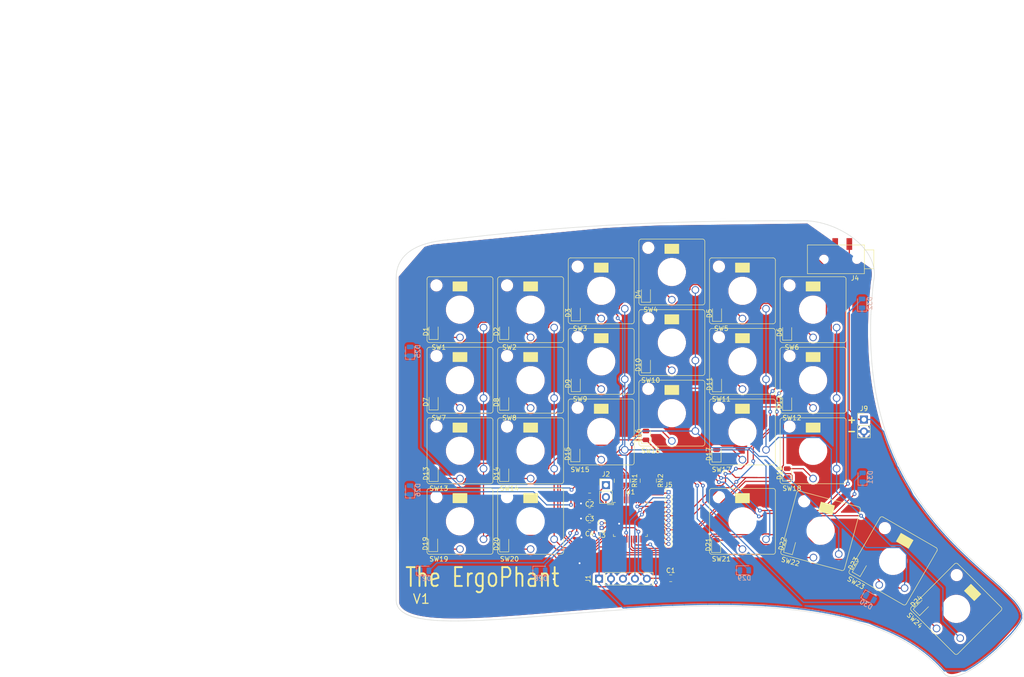
<source format=kicad_pcb>
(kicad_pcb (version 20171130) (host pcbnew 5.1.5)
  (layers (0 F.Cu signal) (31 B.Cu signal) (34 B.Paste user) (35 F.Paste user) (36 B.SilkS user) (37 F.SilkS user) (38 B.Mask user) (39 F.Mask user) (44 Edge.Cuts user))
  (net 0 "")
  (net 1 RST)
  (net 2 VSS)
  (net 3 VCC)
  (net 4 "Net-(C2-Pad1)")
  (net 5 "Net-(D1-Pad2)")
  (net 6 L1)
  (net 7 "Net-(D2-Pad2)")
  (net 8 "Net-(D3-Pad2)")
  (net 9 "Net-(D4-Pad2)")
  (net 10 "Net-(D5-Pad2)")
  (net 11 "Net-(D6-Pad2)")
  (net 12 L2)
  (net 13 "Net-(D7-Pad2)")
  (net 14 "Net-(D8-Pad2)")
  (net 15 "Net-(D9-Pad2)")
  (net 16 "Net-(D10-Pad2)")
  (net 17 "Net-(D11-Pad2)")
  (net 18 "Net-(D12-Pad2)")
  (net 19 "Net-(D13-Pad2)")
  (net 20 L3)
  (net 21 "Net-(D14-Pad2)")
  (net 22 "Net-(D15-Pad2)")
  (net 23 "Net-(D16-Pad2)")
  (net 24 "Net-(D17-Pad2)")
  (net 25 "Net-(D18-Pad2)")
  (net 26 L4)
  (net 27 "Net-(D19-Pad2)")
  (net 28 "Net-(D20-Pad2)")
  (net 29 "Net-(D21-Pad2)")
  (net 30 "Net-(D22-Pad2)")
  (net 31 "Net-(D23-Pad2)")
  (net 32 "Net-(D24-Pad2)")
  (net 33 "Net-(D25-Pad2)")
  (net 34 "Net-(D26-Pad2)")
  (net 35 "Net-(D27-Pad2)")
  (net 36 "Net-(D28-Pad2)")
  (net 37 "Net-(D29-Pad2)")
  (net 38 "Net-(D30-Pad2)")
  (net 39 "Net-(D31-Pad2)")
  (net 40 "Net-(D32-Pad2)")
  (net 41 SWCLK)
  (net 42 SWDIO)
  (net 43 "Net-(J2-Pad1)")
  (net 44 "Net-(J2-Pad2)")
  (net 45 "Net-(J3-Pad2)")
  (net 46 "Net-(J3-Pad1)")
  (net 47 GPIO1)
  (net 48 GPIO2)
  (net 49 GPIO3)
  (net 50 GPIO4)
  (net 51 GPIO5)
  (net 52 GPIO6)
  (net 53 GPIO7)
  (net 54 GPIO8)
  (net 55 GPIO9)
  (net 56 GPIO10)
  (net 57 LLed4)
  (net 58 LLed3)
  (net 59 LLed2)
  (net 60 LLed1)
  (net 61 LLed5)
  (net 62 LLed6)
  (net 63 LLed7)
  (net 64 LLed8)
  (net 65 C1)
  (net 66 C2)
  (net 67 C3)
  (net 68 C4)
  (net 69 C5)
  (net 70 C6)
  (net 71 "Net-(U1-Pad1)")
  (net 72 "Net-(U1-Pad4)")
  (net 73 "Net-(U1-Pad21)")
  (net 74 "Net-(U1-Pad22)")
  (net 75 "Net-(U1-Pad23)")
  (net 76 "Net-(U1-Pad24)")
  (net 77 "Net-(U1-Pad25)")
  (net 78 SCL)
  (net 79 SDA)
  (net 80 "Net-(U1-Pad40)")
  (module NFCBuisness:W (layer F.Cu) (at 92.3 127.3)
    (fp_text reference Ref** hide)
    (fp_text value Val** hide)
    (fp_poly (pts (xy -1.630587 -2.420899) (xy -1.447524 -2.328559) (xy -1.311592 -2.194757) (xy -1.304211 -2.183555) (xy -1.265704 -2.11344) (xy -1.244213 -2.038839) (xy -1.23774 -1.938094) (xy -1.244287 -1.789546) (xy -1.255088 -1.651) (xy -1.268682 -1.442824) (xy -1.279873 -1.184894) (xy -1.287394 -0.912114) (xy -1.289962 -0.690936) (xy -1.289221 -0.458958) (xy -1.284387 -0.294975) (xy -1.273305 -0.182336) (xy -1.25382 -0.10439) (xy -1.223775 -0.044488) (xy -1.202268 -0.013603) (xy -1.116398 0.071274) (xy -1.002822 0.111004) (xy -0.929984 0.119227) (xy -0.68211 0.100096) (xy -0.454281 0.00289) (xy -0.240656 -0.175182) (xy -0.185776 -0.236175) (xy -0.081108 -0.349759) (xy 0.009066 -0.431822) (xy 0.066141 -0.465547) (xy 0.068112 -0.465666) (xy 0.123755 -0.432548) (xy 0.197182 -0.348904) (xy 0.229505 -0.301607) (xy 0.376869 -0.110873) (xy 0.526913 0.003226) (xy 0.674284 0.03902) (xy 0.813631 -0.005163) (xy 0.907971 -0.089777) (xy 0.988653 -0.198585) (xy 1.058934 -0.326542) (xy 1.126082 -0.490779) (xy 1.197364 -0.708426) (xy 1.255985 -0.910166) (xy 1.31545 -1.12099) (xy 1.377683 -1.340443) (xy 1.431333 -1.528529) (xy 1.442246 -1.566558) (xy 1.521416 -1.84195) (xy 1.949565 -2.005418) (xy 2.167567 -2.084028) (xy 2.315998 -2.126297) (xy 2.401001 -2.133773) (xy 2.422145 -2.124455) (xy 2.452677 -2.065526) (xy 2.41974 -2.005855) (xy 2.317286 -1.940366) (xy 2.13927 -1.863979) (xy 2.089887 -1.8454) (xy 1.930263 -1.78316) (xy 1.799296 -1.726134) (xy 1.71927 -1.684217) (xy 1.708527 -1.676067) (xy 1.680315 -1.619963) (xy 1.636526 -1.498254) (xy 1.582553 -1.327363) (xy 1.52379 -1.123712) (xy 1.507251 -1.063196) (xy 1.396737 -0.68139) (xy 1.290651 -0.376432) (xy 1.184846 -0.140938) (xy 1.075173 0.032475) (xy 0.957485 0.15119) (xy 0.827635 0.222591) (xy 0.776069 0.238398) (xy 0.602379 0.241191) (xy 0.418574 0.174646) (xy 0.246259 0.047924) (xy 0.192569 -0.009056) (xy 0.041511 -0.185533) (xy -0.128458 -0.008645) (xy -0.312966 0.157866) (xy -0.496288 0.260737) (xy -0.709082 0.314778) (xy -0.823587 0.327186) (xy -0.981029 0.333485) (xy -1.090094 0.317957) (xy -1.185756 0.27362) (xy -1.227666 0.246552) (xy -1.355913 0.118677) (xy -1.447302 -0.068507) (xy -1.502345 -0.318683) (xy -1.521551 -0.635539) (xy -1.505431 -1.022758) (xy -1.460818 -1.436924) (xy -1.432055 -1.688127) (xy -1.424811 -1.871541) (xy -1.442863 -2.002167) (xy -1.489991 -2.095003) (xy -1.569973 -2.165049) (xy -1.656298 -2.212878) (xy -1.801342 -2.257899) (xy -1.939703 -2.239415) (xy -2.087459 -2.15265) (xy -2.203421 -2.05035) (xy -2.298884 -1.96489) (xy -2.361491 -1.934189) (xy -2.413708 -1.94891) (xy -2.426473 -1.957639) (xy -2.473927 -2.002339) (xy -2.467648 -2.051331) (xy -2.429475 -2.110518) (xy -2.32004 -2.223928) (xy -2.167499 -2.330713) (xy -2.002595 -2.413218) (xy -1.856072 -2.453788) (xy -1.829026 -2.455333) (xy -1.630587 -2.420899)) (layer F.Cu) (width 0.01))
  )
  (module LOGO (layer F.Cu) (at 0 0)
    (fp_text reference G*** hide)
    (fp_text value LOGO hide)
  )
  (module MechanicalKeyboard:KailhChocolateV2 (layer F.Cu) (at 124.9 90.4)
    (fp_text reference SW15 (at -4.5 8) (layer F.SilkS))
    (fp_text value Switch)
    (pad "" np_thru_hole circle (at 0 0) (size 5 5) (drill 5) (layers *.Cu *.Mask))
    (pad "" np_thru_hole circle (at -5 -5.15) (size 1.6 1.6) (drill 1.6) (layers *.Cu *.Mask))
    (pad 1 thru_hole circle (at 0 5.9) (size 1.6 1.6) (drill 1.2) (layers *.Cu *.Mask) (net 22 "Net-(D15-Pad2)"))
    (pad 2 thru_hole circle (at 5 3.8) (size 1.6 1.6) (drill 1.2) (layers *.Cu *.Mask) (net 67 C3))
  )
  (module Capacitor_SMD:C_0805_2012Metric (layer F.Cu) (at 139.6625 121.5)
    (fp_text reference C1 (at 0 -1.65) (layer F.SilkS))
    (fp_text value 100nF)
    (pad 1 smd roundrect (at -0.9375 0) (size 0.975 1.4) (layers F.Cu F.Paste F.Mask) (net 1 RST))
    (pad 2 smd roundrect (at 0.9375 0) (size 0.975 1.4) (layers F.Cu F.Paste F.Mask) (net 2 VSS))
  )
  (module Capacitor_SMD:C_0805_2012Metric (layer F.Cu) (at 122.4375 104.1 180)
    (fp_text reference C2 (at 0 -1.65) (layer F.SilkS))
    (fp_text value 100nF)
    (pad 2 smd roundrect (at 0.9375 0 180) (size 0.975 1.4) (layers F.Cu F.Paste F.Mask) (net 3 VCC))
    (pad 1 smd roundrect (at -0.9375 0 180) (size 0.975 1.4) (layers F.Cu F.Paste F.Mask) (net 4 "Net-(C2-Pad1)"))
  )
  (module Capacitor_SMD:C_0805_2012Metric (layer F.Cu) (at 122.4375 107.2 180)
    (fp_text reference C3 (at 0 -1.65) (layer F.SilkS))
    (fp_text value 4.7uF)
    (pad 1 smd roundrect (at -0.9375 0 180) (size 0.975 1.4) (layers F.Cu F.Paste F.Mask) (net 3 VCC))
    (pad 2 smd roundrect (at 0.9375 0 180) (size 0.975 1.4) (layers F.Cu F.Paste F.Mask) (net 2 VSS))
  )
  (module Capacitor_SMD:C_0805_2012Metric (layer F.Cu) (at 122.4375 110.4 180)
    (fp_text reference C4 (at 0 -1.65) (layer F.SilkS))
    (fp_text value 100nF)
    (pad 2 smd roundrect (at 0.9375 0 180) (size 0.975 1.4) (layers F.Cu F.Paste F.Mask) (net 2 VSS))
    (pad 1 smd roundrect (at -0.9375 0 180) (size 0.975 1.4) (layers F.Cu F.Paste F.Mask) (net 3 VCC))
  )
  (module Diode_SMD:D_0805_2012Metric (layer F.Cu) (at 89.3 69.0625 90)
    (fp_text reference D1 (at 0 -1.65 90) (layer F.SilkS))
    (fp_text value D)
    (pad 2 smd roundrect (at 0.9375 0 90) (size 0.975 1.4) (layers F.Cu F.Paste F.Mask) (net 5 "Net-(D1-Pad2)"))
    (pad 1 smd roundrect (at -0.9375 0 90) (size 0.975 1.4) (layers F.Cu F.Paste F.Mask) (net 6 L1))
  )
  (module Diode_SMD:D_0805_2012Metric (layer F.Cu) (at 104.3 69.0625 90)
    (fp_text reference D2 (at 0 -1.65 90) (layer F.SilkS))
    (fp_text value D)
    (pad 1 smd roundrect (at -0.9375 0 90) (size 0.975 1.4) (layers F.Cu F.Paste F.Mask) (net 6 L1))
    (pad 2 smd roundrect (at 0.9375 0 90) (size 0.975 1.4) (layers F.Cu F.Paste F.Mask) (net 7 "Net-(D2-Pad2)"))
  )
  (module Diode_SMD:D_0805_2012Metric (layer F.Cu) (at 119.5 65.1 90)
    (fp_text reference D3 (at 0 -1.65 90) (layer F.SilkS))
    (fp_text value D)
    (pad 2 smd roundrect (at 0.9375 0 90) (size 0.975 1.4) (layers F.Cu F.Paste F.Mask) (net 8 "Net-(D3-Pad2)"))
    (pad 1 smd roundrect (at -0.9375 0 90) (size 0.975 1.4) (layers F.Cu F.Paste F.Mask) (net 6 L1))
  )
  (module Diode_SMD:D_0805_2012Metric (layer F.Cu) (at 134.4 61.1375 90)
    (fp_text reference D4 (at 0 -1.65 90) (layer F.SilkS))
    (fp_text value D)
    (pad 2 smd roundrect (at 0.9375 0 90) (size 0.975 1.4) (layers F.Cu F.Paste F.Mask) (net 9 "Net-(D4-Pad2)"))
    (pad 1 smd roundrect (at -0.9375 0 90) (size 0.975 1.4) (layers F.Cu F.Paste F.Mask) (net 6 L1))
  )
  (module Diode_SMD:D_0805_2012Metric (layer F.Cu) (at 149.5 65.2 90)
    (fp_text reference D5 (at 0 -1.65 90) (layer F.SilkS))
    (fp_text value D)
    (pad 1 smd roundrect (at -0.9375 0 90) (size 0.975 1.4) (layers F.Cu F.Paste F.Mask) (net 6 L1))
    (pad 2 smd roundrect (at 0.9375 0 90) (size 0.975 1.4) (layers F.Cu F.Paste F.Mask) (net 10 "Net-(D5-Pad2)"))
  )
  (module Diode_SMD:D_0805_2012Metric (layer F.Cu) (at 164.4 69.2 90)
    (fp_text reference D6 (at 0 -1.65 90) (layer F.SilkS))
    (fp_text value D)
    (pad 2 smd roundrect (at 0.9375 0 90) (size 0.975 1.4) (layers F.Cu F.Paste F.Mask) (net 11 "Net-(D6-Pad2)"))
    (pad 1 smd roundrect (at -0.9375 0 90) (size 0.975 1.4) (layers F.Cu F.Paste F.Mask) (net 6 L1))
  )
  (module Diode_SMD:D_0805_2012Metric (layer F.Cu) (at 89.3 84.0375 90)
    (fp_text reference D7 (at 0 -1.65 90) (layer F.SilkS))
    (fp_text value D)
    (pad 1 smd roundrect (at -0.9375 0 90) (size 0.975 1.4) (layers F.Cu F.Paste F.Mask) (net 12 L2))
    (pad 2 smd roundrect (at 0.9375 0 90) (size 0.975 1.4) (layers F.Cu F.Paste F.Mask) (net 13 "Net-(D7-Pad2)"))
  )
  (module Diode_SMD:D_0805_2012Metric (layer F.Cu) (at 104.3 84.1 90)
    (fp_text reference D8 (at 0 -1.65 90) (layer F.SilkS))
    (fp_text value D)
    (pad 2 smd roundrect (at 0.9375 0 90) (size 0.975 1.4) (layers F.Cu F.Paste F.Mask) (net 14 "Net-(D8-Pad2)"))
    (pad 1 smd roundrect (at -0.9375 0 90) (size 0.975 1.4) (layers F.Cu F.Paste F.Mask) (net 12 L2))
  )
  (module Diode_SMD:D_0805_2012Metric (layer F.Cu) (at 119.5 80.1375 90)
    (fp_text reference D9 (at 0 -1.65 90) (layer F.SilkS))
    (fp_text value D)
    (pad 2 smd roundrect (at 0.9375 0 90) (size 0.975 1.4) (layers F.Cu F.Paste F.Mask) (net 15 "Net-(D9-Pad2)"))
    (pad 1 smd roundrect (at -0.9375 0 90) (size 0.975 1.4) (layers F.Cu F.Paste F.Mask) (net 12 L2))
  )
  (module Diode_SMD:D_0805_2012Metric (layer F.Cu) (at 134.4 76.1375 90)
    (fp_text reference D10 (at 0 -1.65 90) (layer F.SilkS))
    (fp_text value D)
    (pad 2 smd roundrect (at 0.9375 0 90) (size 0.975 1.4) (layers F.Cu F.Paste F.Mask) (net 16 "Net-(D10-Pad2)"))
    (pad 1 smd roundrect (at -0.9375 0 90) (size 0.975 1.4) (layers F.Cu F.Paste F.Mask) (net 12 L2))
  )
  (module Diode_SMD:D_0805_2012Metric (layer F.Cu) (at 149.5 80.1625 90)
    (fp_text reference D11 (at 0 -1.65 90) (layer F.SilkS))
    (fp_text value D)
    (pad 1 smd roundrect (at -0.9375 0 90) (size 0.975 1.4) (layers F.Cu F.Paste F.Mask) (net 12 L2))
    (pad 2 smd roundrect (at 0.9375 0 90) (size 0.975 1.4) (layers F.Cu F.Paste F.Mask) (net 17 "Net-(D11-Pad2)"))
  )
  (module Diode_SMD:D_0805_2012Metric (layer F.Cu) (at 164.4 84.1375 90)
    (fp_text reference D12 (at 0 -1.65 90) (layer F.SilkS))
    (fp_text value D)
    (pad 1 smd roundrect (at -0.9375 0 90) (size 0.975 1.4) (layers F.Cu F.Paste F.Mask) (net 12 L2))
    (pad 2 smd roundrect (at 0.9375 0 90) (size 0.975 1.4) (layers F.Cu F.Paste F.Mask) (net 18 "Net-(D12-Pad2)"))
  )
  (module Diode_SMD:D_0805_2012Metric (layer F.Cu) (at 89.3 99.2375 90)
    (fp_text reference D13 (at 0 -1.65 90) (layer F.SilkS))
    (fp_text value D)
    (pad 2 smd roundrect (at 0.9375 0 90) (size 0.975 1.4) (layers F.Cu F.Paste F.Mask) (net 19 "Net-(D13-Pad2)"))
    (pad 1 smd roundrect (at -0.9375 0 90) (size 0.975 1.4) (layers F.Cu F.Paste F.Mask) (net 20 L3))
  )
  (module Diode_SMD:D_0805_2012Metric (layer F.Cu) (at 104.3 99.2375 90)
    (fp_text reference D14 (at 0 -1.65 90) (layer F.SilkS))
    (fp_text value D)
    (pad 2 smd roundrect (at 0.9375 0 90) (size 0.975 1.4) (layers F.Cu F.Paste F.Mask) (net 21 "Net-(D14-Pad2)"))
    (pad 1 smd roundrect (at -0.9375 0 90) (size 0.975 1.4) (layers F.Cu F.Paste F.Mask) (net 20 L3))
  )
  (module Diode_SMD:D_0805_2012Metric (layer F.Cu) (at 119.4 95.0375 90)
    (fp_text reference D15 (at 0 -1.65 90) (layer F.SilkS))
    (fp_text value D)
    (pad 1 smd roundrect (at -0.9375 0 90) (size 0.975 1.4) (layers F.Cu F.Paste F.Mask) (net 20 L3))
    (pad 2 smd roundrect (at 0.9375 0 90) (size 0.975 1.4) (layers F.Cu F.Paste F.Mask) (net 22 "Net-(D15-Pad2)"))
  )
  (module Diode_SMD:D_0805_2012Metric (layer F.Cu) (at 134.4 91.1375 90)
    (fp_text reference D16 (at 0 -1.65 90) (layer F.SilkS))
    (fp_text value D)
    (pad 1 smd roundrect (at -0.9375 0 90) (size 0.975 1.4) (layers F.Cu F.Paste F.Mask) (net 20 L3))
    (pad 2 smd roundrect (at 0.9375 0 90) (size 0.975 1.4) (layers F.Cu F.Paste F.Mask) (net 23 "Net-(D16-Pad2)"))
  )
  (module Diode_SMD:D_0805_2012Metric (layer F.Cu) (at 149.4 95.1 90)
    (fp_text reference D17 (at 0 -1.65 90) (layer F.SilkS))
    (fp_text value D)
    (pad 2 smd roundrect (at 0.9375 0 90) (size 0.975 1.4) (layers F.Cu F.Paste F.Mask) (net 24 "Net-(D17-Pad2)"))
    (pad 1 smd roundrect (at -0.9375 0 90) (size 0.975 1.4) (layers F.Cu F.Paste F.Mask) (net 20 L3))
  )
  (module Diode_SMD:D_0805_2012Metric (layer F.Cu) (at 164.4 99.1375 90)
    (fp_text reference D18 (at 0 -1.65 90) (layer F.SilkS))
    (fp_text value D)
    (pad 2 smd roundrect (at 0.9375 0 90) (size 0.975 1.4) (layers F.Cu F.Paste F.Mask) (net 25 "Net-(D18-Pad2)"))
    (pad 1 smd roundrect (at -0.9375 0 90) (size 0.975 1.4) (layers F.Cu F.Paste F.Mask) (net 20 L3))
  )
  (module Diode_SMD:D_0805_2012Metric (layer F.Cu) (at 89.2 114.1375 90)
    (fp_text reference D19 (at 0 -1.65 90) (layer F.SilkS))
    (fp_text value D)
    (pad 1 smd roundrect (at -0.9375 0 90) (size 0.975 1.4) (layers F.Cu F.Paste F.Mask) (net 26 L4))
    (pad 2 smd roundrect (at 0.9375 0 90) (size 0.975 1.4) (layers F.Cu F.Paste F.Mask) (net 27 "Net-(D19-Pad2)"))
  )
  (module Diode_SMD:D_0805_2012Metric (layer F.Cu) (at 104.3 114.2 90)
    (fp_text reference D20 (at 0 -1.65 90) (layer F.SilkS))
    (fp_text value D)
    (pad 2 smd roundrect (at 0.9375 0 90) (size 0.975 1.4) (layers F.Cu F.Paste F.Mask) (net 28 "Net-(D20-Pad2)"))
    (pad 1 smd roundrect (at -0.9375 0 90) (size 0.975 1.4) (layers F.Cu F.Paste F.Mask) (net 26 L4))
  )
  (module Diode_SMD:D_0805_2012Metric (layer F.Cu) (at 149.3 114.3375 90)
    (fp_text reference D21 (at 0 -1.65 90) (layer F.SilkS))
    (fp_text value D)
    (pad 1 smd roundrect (at -0.9375 0 90) (size 0.975 1.4) (layers F.Cu F.Paste F.Mask) (net 26 L4))
    (pad 2 smd roundrect (at 0.9375 0 90) (size 0.975 1.4) (layers F.Cu F.Paste F.Mask) (net 29 "Net-(D21-Pad2)"))
  )
  (module Diode_SMD:D_0805_2012Metric (layer F.Cu) (at 165 114.6 75)
    (fp_text reference D22 (at 0 -1.65 75) (layer F.SilkS))
    (fp_text value D)
    (pad 1 smd roundrect (at -0.9375 0 75) (size 0.975 1.4) (layers F.Cu F.Paste F.Mask) (net 26 L4))
    (pad 2 smd roundrect (at 0.9375 0 75) (size 0.975 1.4) (layers F.Cu F.Paste F.Mask) (net 30 "Net-(D22-Pad2)"))
  )
  (module Diode_SMD:D_0805_2012Metric (layer F.Cu) (at 179.9 119.2 60)
    (fp_text reference D23 (at 0 -1.65 60) (layer F.SilkS))
    (fp_text value D)
    (pad 1 smd roundrect (at -0.9375 0 60) (size 0.975 1.4) (layers F.Cu F.Paste F.Mask) (net 26 L4))
    (pad 2 smd roundrect (at 0.9375 0 60) (size 0.975 1.4) (layers F.Cu F.Paste F.Mask) (net 31 "Net-(D23-Pad2)"))
  )
  (module Diode_SMD:D_0805_2012Metric (layer F.Cu) (at 193.037087 127.562913 45)
    (fp_text reference D24 (at 0 -1.65 45) (layer F.SilkS))
    (fp_text value D)
    (pad 1 smd roundrect (at -0.9375 0 45) (size 0.975 1.4) (layers F.Cu F.Paste F.Mask) (net 26 L4))
    (pad 2 smd roundrect (at 0.9375 0 45) (size 0.975 1.4) (layers F.Cu F.Paste F.Mask) (net 32 "Net-(D24-Pad2)"))
  )
  (module LED_SMD:LED_0805_2012Metric (layer B.Cu) (at 84.3 73.2625 90)
    (fp_text reference D25 (at 0 1.65 90) (layer B.SilkS) (effects (justify mirror)))
    (fp_text value LED_Small)
    (pad 2 smd roundrect (at 0.9375 0 90) (size 0.975 1.4) (layers B.Cu B.Paste B.Mask) (net 33 "Net-(D25-Pad2)"))
    (pad 1 smd roundrect (at -0.9375 0 90) (size 0.975 1.4) (layers B.Cu B.Paste B.Mask) (net 2 VSS))
  )
  (module LED_SMD:LED_0805_2012Metric (layer B.Cu) (at 84.3 102.7375 90)
    (fp_text reference D26 (at 0 1.65 90) (layer B.SilkS) (effects (justify mirror)))
    (fp_text value LED_Small)
    (pad 2 smd roundrect (at 0.9375 0 90) (size 0.975 1.4) (layers B.Cu B.Paste B.Mask) (net 34 "Net-(D26-Pad2)"))
    (pad 1 smd roundrect (at -0.9375 0 90) (size 0.975 1.4) (layers B.Cu B.Paste B.Mask) (net 2 VSS))
  )
  (module LED_SMD:LED_0805_2012Metric (layer B.Cu) (at 87.3625 119.9)
    (fp_text reference D27 (at 0 1.65) (layer B.SilkS) (effects (justify mirror)))
    (fp_text value LED_Small)
    (pad 1 smd roundrect (at -0.9375 0) (size 0.975 1.4) (layers B.Cu B.Paste B.Mask) (net 2 VSS))
    (pad 2 smd roundrect (at 0.9375 0) (size 0.975 1.4) (layers B.Cu B.Paste B.Mask) (net 35 "Net-(D27-Pad2)"))
  )
  (module LED_SMD:LED_0805_2012Metric (layer B.Cu) (at 112.0625 119.9)
    (fp_text reference D28 (at 0 1.65) (layer B.SilkS) (effects (justify mirror)))
    (fp_text value LED_Small)
    (pad 2 smd roundrect (at 0.9375 0) (size 0.975 1.4) (layers B.Cu B.Paste B.Mask) (net 36 "Net-(D28-Pad2)"))
    (pad 1 smd roundrect (at -0.9375 0) (size 0.975 1.4) (layers B.Cu B.Paste B.Mask) (net 2 VSS))
  )
  (module LED_SMD:LED_0805_2012Metric (layer B.Cu) (at 155.3 119.8)
    (fp_text reference D29 (at 0 1.65) (layer B.SilkS) (effects (justify mirror)))
    (fp_text value LED_Small)
    (pad 1 smd roundrect (at -0.9375 0) (size 0.975 1.4) (layers B.Cu B.Paste B.Mask) (net 2 VSS))
    (pad 2 smd roundrect (at 0.9375 0) (size 0.975 1.4) (layers B.Cu B.Paste B.Mask) (net 37 "Net-(D29-Pad2)"))
  )
  (module LED_SMD:LED_0805_2012Metric (layer B.Cu) (at 181.988101 125.63125 330)
    (fp_text reference D30 (at 0 1.65 150) (layer B.SilkS) (effects (justify mirror)))
    (fp_text value LED_Small)
    (pad 1 smd roundrect (at -0.9375 0 330) (size 0.975 1.4) (layers B.Cu B.Paste B.Mask) (net 2 VSS))
    (pad 2 smd roundrect (at 0.9375 0 330) (size 0.975 1.4) (layers B.Cu B.Paste B.Mask) (net 38 "Net-(D30-Pad2)"))
  )
  (module LED_SMD:LED_0805_2012Metric (layer B.Cu) (at 180.4 100.0375 90)
    (fp_text reference D31 (at 0 1.65 90) (layer B.SilkS) (effects (justify mirror)))
    (fp_text value LED_Small)
    (pad 2 smd roundrect (at 0.9375 0 90) (size 0.975 1.4) (layers B.Cu B.Paste B.Mask) (net 39 "Net-(D31-Pad2)"))
    (pad 1 smd roundrect (at -0.9375 0 90) (size 0.975 1.4) (layers B.Cu B.Paste B.Mask) (net 2 VSS))
  )
  (module LED_SMD:LED_0805_2012Metric (layer B.Cu) (at 180.3 63.0625 90)
    (fp_text reference D32 (at 0 1.65 90) (layer B.SilkS) (effects (justify mirror)))
    (fp_text value LED_Small)
    (pad 1 smd roundrect (at -0.9375 0 90) (size 0.975 1.4) (layers B.Cu B.Paste B.Mask) (net 2 VSS))
    (pad 2 smd roundrect (at 0.9375 0 90) (size 0.975 1.4) (layers B.Cu B.Paste B.Mask) (net 40 "Net-(D32-Pad2)"))
  )
  (module Connector_PinHeader_2.54mm:PinHeader_1x05_P2.54mm_Vertical (layer F.Cu) (at 124.44 121.6 90)
    (fp_text reference J1 (at 0 -2.33 90) (layer F.SilkS))
    (fp_text value Prog)
    (pad 1 thru_hole rect (at 0 0 90) (size 1.7 1.7) (drill 1) (layers *.Cu *.Mask) (net 3 VCC))
    (pad 2 thru_hole oval (at 0 2.54 90) (size 1.7 1.7) (drill 1) (layers *.Cu *.Mask) (net 2 VSS))
    (pad 3 thru_hole oval (at 0 5.08 90) (size 1.7 1.7) (drill 1) (layers *.Cu *.Mask) (net 41 SWCLK))
    (pad 4 thru_hole oval (at 0 7.62 90) (size 1.7 1.7) (drill 1) (layers *.Cu *.Mask) (net 42 SWDIO))
    (pad 5 thru_hole oval (at 0 10.16 90) (size 1.7 1.7) (drill 1) (layers *.Cu *.Mask) (net 1 RST))
  )
  (module Connector_PinHeader_2.54mm:PinHeader_1x02_P2.54mm_Vertical (layer F.Cu) (at 125.9 101.7)
    (fp_text reference J2 (at 0 -2.33) (layer F.SilkS))
    (fp_text value Conn_01x02)
    (pad 1 thru_hole rect (at 0 0) (size 1.7 1.7) (drill 1) (layers *.Cu *.Mask) (net 43 "Net-(J2-Pad1)"))
    (pad 2 thru_hole oval (at 0 2.54) (size 1.7 1.7) (drill 1) (layers *.Cu *.Mask) (net 44 "Net-(J2-Pad2)"))
  )
  (module Connector_PinHeader_2.54mm:PinHeader_1x02_P2.54mm_Vertical (layer F.Cu) (at 180.7 87.76)
    (fp_text reference J9 (at 0 -2.33) (layer F.SilkS))
    (fp_text value PwrLeft)
    (pad 1 thru_hole rect (at 0 0) (size 1.7 1.7) (drill 1) (layers *.Cu *.Mask) (net 3 VCC))
    (pad 2 thru_hole oval (at 0 2.54) (size 1.7 1.7) (drill 1) (layers *.Cu *.Mask) (net 2 VSS))
  )
  (module Resistor_SMD:R_Array_Concave_4x0603 (layer F.Cu) (at 129.4 100.75 270)
    (fp_text reference RN1 (at 0 -2.6 90) (layer F.SilkS))
    (fp_text value 330)
    (pad 5 smd rect (at 0.85 1.2 270) (size 0.9 0.4) (layers F.Cu F.Paste F.Mask) (net 60 LLed1))
    (pad 6 smd rect (at 0.85 0.4 270) (size 0.9 0.4) (layers F.Cu F.Paste F.Mask) (net 59 LLed2))
    (pad 7 smd rect (at 0.85 -0.4 270) (size 0.9 0.4) (layers F.Cu F.Paste F.Mask) (net 58 LLed3))
    (pad 8 smd rect (at 0.85 -1.2 270) (size 0.9 0.4) (layers F.Cu F.Paste F.Mask) (net 57 LLed4))
    (pad 4 smd rect (at -0.85 1.2 270) (size 0.9 0.4) (layers F.Cu F.Paste F.Mask) (net 36 "Net-(D28-Pad2)"))
    (pad 1 smd rect (at -0.85 -1.2 270) (size 0.9 0.4) (layers F.Cu F.Paste F.Mask) (net 33 "Net-(D25-Pad2)"))
    (pad 3 smd rect (at -0.85 0.4 270) (size 0.9 0.4) (layers F.Cu F.Paste F.Mask) (net 35 "Net-(D27-Pad2)"))
    (pad 2 smd rect (at -0.85 -0.4 270) (size 0.9 0.4) (layers F.Cu F.Paste F.Mask) (net 34 "Net-(D26-Pad2)"))
  )
  (module Resistor_SMD:R_Array_Concave_4x0603 (layer F.Cu) (at 134.9 100.75 270)
    (fp_text reference RN2 (at 0 -2.6 90) (layer F.SilkS))
    (fp_text value 330)
    (pad 2 smd rect (at -0.85 -0.4 270) (size 0.9 0.4) (layers F.Cu F.Paste F.Mask) (net 38 "Net-(D30-Pad2)"))
    (pad 3 smd rect (at -0.85 0.4 270) (size 0.9 0.4) (layers F.Cu F.Paste F.Mask) (net 39 "Net-(D31-Pad2)"))
    (pad 1 smd rect (at -0.85 -1.2 270) (size 0.9 0.4) (layers F.Cu F.Paste F.Mask) (net 37 "Net-(D29-Pad2)"))
    (pad 4 smd rect (at -0.85 1.2 270) (size 0.9 0.4) (layers F.Cu F.Paste F.Mask) (net 40 "Net-(D32-Pad2)"))
    (pad 8 smd rect (at 0.85 -1.2 270) (size 0.9 0.4) (layers F.Cu F.Paste F.Mask) (net 64 LLed8))
    (pad 7 smd rect (at 0.85 -0.4 270) (size 0.9 0.4) (layers F.Cu F.Paste F.Mask) (net 63 LLed7))
    (pad 6 smd rect (at 0.85 0.4 270) (size 0.9 0.4) (layers F.Cu F.Paste F.Mask) (net 62 LLed6))
    (pad 5 smd rect (at 0.85 1.2 270) (size 0.9 0.4) (layers F.Cu F.Paste F.Mask) (net 61 LLed5))
  )
  (module MechanicalKeyboard:KailhChocolateV2 (layer F.Cu) (at 94.9 64.4)
    (fp_text reference SW1 (at -4.5 8) (layer F.SilkS))
    (fp_text value Switch)
    (pad 2 thru_hole circle (at 5 3.8) (size 1.6 1.6) (drill 1.2) (layers *.Cu *.Mask) (net 65 C1))
    (pad 1 thru_hole circle (at 0 5.9) (size 1.6 1.6) (drill 1.2) (layers *.Cu *.Mask) (net 5 "Net-(D1-Pad2)"))
    (pad "" np_thru_hole circle (at -5 -5.15) (size 1.6 1.6) (drill 1.6) (layers *.Cu *.Mask))
    (pad "" np_thru_hole circle (at 0 0) (size 5 5) (drill 5) (layers *.Cu *.Mask))
  )
  (module MechanicalKeyboard:KailhChocolateV2 (layer F.Cu) (at 109.9 64.4)
    (fp_text reference SW2 (at -4.5 8) (layer F.SilkS))
    (fp_text value Switch)
    (pad "" np_thru_hole circle (at 0 0) (size 5 5) (drill 5) (layers *.Cu *.Mask))
    (pad "" np_thru_hole circle (at -5 -5.15) (size 1.6 1.6) (drill 1.6) (layers *.Cu *.Mask))
    (pad 1 thru_hole circle (at 0 5.9) (size 1.6 1.6) (drill 1.2) (layers *.Cu *.Mask) (net 7 "Net-(D2-Pad2)"))
    (pad 2 thru_hole circle (at 5 3.8) (size 1.6 1.6) (drill 1.2) (layers *.Cu *.Mask) (net 66 C2))
  )
  (module MechanicalKeyboard:KailhChocolateV2 (layer F.Cu) (at 124.9 60.4)
    (fp_text reference SW3 (at -4.5 8) (layer F.SilkS))
    (fp_text value Switch)
    (pad "" np_thru_hole circle (at 0 0) (size 5 5) (drill 5) (layers *.Cu *.Mask))
    (pad "" np_thru_hole circle (at -5 -5.15) (size 1.6 1.6) (drill 1.6) (layers *.Cu *.Mask))
    (pad 1 thru_hole circle (at 0 5.9) (size 1.6 1.6) (drill 1.2) (layers *.Cu *.Mask) (net 8 "Net-(D3-Pad2)"))
    (pad 2 thru_hole circle (at 5 3.8) (size 1.6 1.6) (drill 1.2) (layers *.Cu *.Mask) (net 67 C3))
  )
  (module MechanicalKeyboard:KailhChocolateV2 (layer F.Cu) (at 139.9 56.4)
    (fp_text reference SW4 (at -4.5 8) (layer F.SilkS))
    (fp_text value Switch)
    (pad "" np_thru_hole circle (at 0 0) (size 5 5) (drill 5) (layers *.Cu *.Mask))
    (pad "" np_thru_hole circle (at -5 -5.15) (size 1.6 1.6) (drill 1.6) (layers *.Cu *.Mask))
    (pad 1 thru_hole circle (at 0 5.9) (size 1.6 1.6) (drill 1.2) (layers *.Cu *.Mask) (net 9 "Net-(D4-Pad2)"))
    (pad 2 thru_hole circle (at 5 3.8) (size 1.6 1.6) (drill 1.2) (layers *.Cu *.Mask) (net 68 C4))
  )
  (module MechanicalKeyboard:KailhChocolateV2 (layer F.Cu) (at 154.9 60.4)
    (fp_text reference SW5 (at -4.5 8) (layer F.SilkS))
    (fp_text value Switch)
    (pad 2 thru_hole circle (at 5 3.8) (size 1.6 1.6) (drill 1.2) (layers *.Cu *.Mask) (net 69 C5))
    (pad 1 thru_hole circle (at 0 5.9) (size 1.6 1.6) (drill 1.2) (layers *.Cu *.Mask) (net 10 "Net-(D5-Pad2)"))
    (pad "" np_thru_hole circle (at -5 -5.15) (size 1.6 1.6) (drill 1.6) (layers *.Cu *.Mask))
    (pad "" np_thru_hole circle (at 0 0) (size 5 5) (drill 5) (layers *.Cu *.Mask))
  )
  (module MechanicalKeyboard:KailhChocolateV2 (layer F.Cu) (at 169.9 64.4)
    (fp_text reference SW6 (at -4.5 8) (layer F.SilkS))
    (fp_text value Switch)
    (pad 2 thru_hole circle (at 5 3.8) (size 1.6 1.6) (drill 1.2) (layers *.Cu *.Mask) (net 70 C6))
    (pad 1 thru_hole circle (at 0 5.9) (size 1.6 1.6) (drill 1.2) (layers *.Cu *.Mask) (net 11 "Net-(D6-Pad2)"))
    (pad "" np_thru_hole circle (at -5 -5.15) (size 1.6 1.6) (drill 1.6) (layers *.Cu *.Mask))
    (pad "" np_thru_hole circle (at 0 0) (size 5 5) (drill 5) (layers *.Cu *.Mask))
  )
  (module MechanicalKeyboard:KailhChocolateV2 (layer F.Cu) (at 94.9 79.4)
    (fp_text reference SW7 (at -4.5 8) (layer F.SilkS))
    (fp_text value Switch)
    (pad "" np_thru_hole circle (at 0 0) (size 5 5) (drill 5) (layers *.Cu *.Mask))
    (pad "" np_thru_hole circle (at -5 -5.15) (size 1.6 1.6) (drill 1.6) (layers *.Cu *.Mask))
    (pad 1 thru_hole circle (at 0 5.9) (size 1.6 1.6) (drill 1.2) (layers *.Cu *.Mask) (net 13 "Net-(D7-Pad2)"))
    (pad 2 thru_hole circle (at 5 3.8) (size 1.6 1.6) (drill 1.2) (layers *.Cu *.Mask) (net 65 C1))
  )
  (module MechanicalKeyboard:KailhChocolateV2 (layer F.Cu) (at 109.9 79.4)
    (fp_text reference SW8 (at -4.5 8) (layer F.SilkS))
    (fp_text value Switch)
    (pad 2 thru_hole circle (at 5 3.8) (size 1.6 1.6) (drill 1.2) (layers *.Cu *.Mask) (net 66 C2))
    (pad 1 thru_hole circle (at 0 5.9) (size 1.6 1.6) (drill 1.2) (layers *.Cu *.Mask) (net 14 "Net-(D8-Pad2)"))
    (pad "" np_thru_hole circle (at -5 -5.15) (size 1.6 1.6) (drill 1.6) (layers *.Cu *.Mask))
    (pad "" np_thru_hole circle (at 0 0) (size 5 5) (drill 5) (layers *.Cu *.Mask))
  )
  (module MechanicalKeyboard:KailhChocolateV2 (layer F.Cu) (at 124.9 75.4)
    (fp_text reference SW9 (at -4.5 8) (layer F.SilkS))
    (fp_text value Switch)
    (pad 2 thru_hole circle (at 5 3.8) (size 1.6 1.6) (drill 1.2) (layers *.Cu *.Mask) (net 67 C3))
    (pad 1 thru_hole circle (at 0 5.9) (size 1.6 1.6) (drill 1.2) (layers *.Cu *.Mask) (net 15 "Net-(D9-Pad2)"))
    (pad "" np_thru_hole circle (at -5 -5.15) (size 1.6 1.6) (drill 1.6) (layers *.Cu *.Mask))
    (pad "" np_thru_hole circle (at 0 0) (size 5 5) (drill 5) (layers *.Cu *.Mask))
  )
  (module MechanicalKeyboard:KailhChocolateV2 (layer F.Cu) (at 139.9 71.4)
    (fp_text reference SW10 (at -4.5 8) (layer F.SilkS))
    (fp_text value Switch)
    (pad "" np_thru_hole circle (at 0 0) (size 5 5) (drill 5) (layers *.Cu *.Mask))
    (pad "" np_thru_hole circle (at -5 -5.15) (size 1.6 1.6) (drill 1.6) (layers *.Cu *.Mask))
    (pad 1 thru_hole circle (at 0 5.9) (size 1.6 1.6) (drill 1.2) (layers *.Cu *.Mask) (net 16 "Net-(D10-Pad2)"))
    (pad 2 thru_hole circle (at 5 3.8) (size 1.6 1.6) (drill 1.2) (layers *.Cu *.Mask) (net 68 C4))
  )
  (module MechanicalKeyboard:KailhChocolateV2 (layer F.Cu) (at 154.9 75.4)
    (fp_text reference SW11 (at -4.5 8) (layer F.SilkS))
    (fp_text value Switch)
    (pad "" np_thru_hole circle (at 0 0) (size 5 5) (drill 5) (layers *.Cu *.Mask))
    (pad "" np_thru_hole circle (at -5 -5.15) (size 1.6 1.6) (drill 1.6) (layers *.Cu *.Mask))
    (pad 1 thru_hole circle (at 0 5.9) (size 1.6 1.6) (drill 1.2) (layers *.Cu *.Mask) (net 17 "Net-(D11-Pad2)"))
    (pad 2 thru_hole circle (at 5 3.8) (size 1.6 1.6) (drill 1.2) (layers *.Cu *.Mask) (net 69 C5))
  )
  (module MechanicalKeyboard:KailhChocolateV2 (layer F.Cu) (at 169.9 79.4)
    (fp_text reference SW12 (at -4.5 8) (layer F.SilkS))
    (fp_text value Switch)
    (pad 2 thru_hole circle (at 5 3.8) (size 1.6 1.6) (drill 1.2) (layers *.Cu *.Mask) (net 70 C6))
    (pad 1 thru_hole circle (at 0 5.9) (size 1.6 1.6) (drill 1.2) (layers *.Cu *.Mask) (net 18 "Net-(D12-Pad2)"))
    (pad "" np_thru_hole circle (at -5 -5.15) (size 1.6 1.6) (drill 1.6) (layers *.Cu *.Mask))
    (pad "" np_thru_hole circle (at 0 0) (size 5 5) (drill 5) (layers *.Cu *.Mask))
  )
  (module MechanicalKeyboard:KailhChocolateV2 (layer F.Cu) (at 94.9 94.4)
    (fp_text reference SW13 (at -4.5 8) (layer F.SilkS))
    (fp_text value Switch)
    (pad "" np_thru_hole circle (at 0 0) (size 5 5) (drill 5) (layers *.Cu *.Mask))
    (pad "" np_thru_hole circle (at -5 -5.15) (size 1.6 1.6) (drill 1.6) (layers *.Cu *.Mask))
    (pad 1 thru_hole circle (at 0 5.9) (size 1.6 1.6) (drill 1.2) (layers *.Cu *.Mask) (net 19 "Net-(D13-Pad2)"))
    (pad 2 thru_hole circle (at 5 3.8) (size 1.6 1.6) (drill 1.2) (layers *.Cu *.Mask) (net 65 C1))
  )
  (module MechanicalKeyboard:KailhChocolateV2 (layer F.Cu) (at 109.9 94.4)
    (fp_text reference SW14 (at -4.5 8) (layer F.SilkS))
    (fp_text value Switch)
    (pad 2 thru_hole circle (at 5 3.8) (size 1.6 1.6) (drill 1.2) (layers *.Cu *.Mask) (net 66 C2))
    (pad 1 thru_hole circle (at 0 5.9) (size 1.6 1.6) (drill 1.2) (layers *.Cu *.Mask) (net 21 "Net-(D14-Pad2)"))
    (pad "" np_thru_hole circle (at -5 -5.15) (size 1.6 1.6) (drill 1.6) (layers *.Cu *.Mask))
    (pad "" np_thru_hole circle (at 0 0) (size 5 5) (drill 5) (layers *.Cu *.Mask))
  )
  (module MechanicalKeyboard:KailhChocolateV2 (layer F.Cu) (at 139.9 86.4)
    (fp_text reference SW16 (at -4.5 8) (layer F.SilkS))
    (fp_text value Switch)
    (pad 2 thru_hole circle (at 5 3.8) (size 1.6 1.6) (drill 1.2) (layers *.Cu *.Mask) (net 68 C4))
    (pad 1 thru_hole circle (at 0 5.9) (size 1.6 1.6) (drill 1.2) (layers *.Cu *.Mask) (net 23 "Net-(D16-Pad2)"))
    (pad "" np_thru_hole circle (at -5 -5.15) (size 1.6 1.6) (drill 1.6) (layers *.Cu *.Mask))
    (pad "" np_thru_hole circle (at 0 0) (size 5 5) (drill 5) (layers *.Cu *.Mask))
  )
  (module MechanicalKeyboard:KailhChocolateV2 (layer F.Cu) (at 154.9 90.4)
    (fp_text reference SW17 (at -4.5 8) (layer F.SilkS))
    (fp_text value Switch)
    (pad "" np_thru_hole circle (at 0 0) (size 5 5) (drill 5) (layers *.Cu *.Mask))
    (pad "" np_thru_hole circle (at -5 -5.15) (size 1.6 1.6) (drill 1.6) (layers *.Cu *.Mask))
    (pad 1 thru_hole circle (at 0 5.9) (size 1.6 1.6) (drill 1.2) (layers *.Cu *.Mask) (net 24 "Net-(D17-Pad2)"))
    (pad 2 thru_hole circle (at 5 3.8) (size 1.6 1.6) (drill 1.2) (layers *.Cu *.Mask) (net 69 C5))
  )
  (module MechanicalKeyboard:KailhChocolateV2 (layer F.Cu) (at 169.9 94.4)
    (fp_text reference SW18 (at -4.5 8) (layer F.SilkS))
    (fp_text value Switch)
    (pad 2 thru_hole circle (at 5 3.8) (size 1.6 1.6) (drill 1.2) (layers *.Cu *.Mask) (net 70 C6))
    (pad 1 thru_hole circle (at 0 5.9) (size 1.6 1.6) (drill 1.2) (layers *.Cu *.Mask) (net 25 "Net-(D18-Pad2)"))
    (pad "" np_thru_hole circle (at -5 -5.15) (size 1.6 1.6) (drill 1.6) (layers *.Cu *.Mask))
    (pad "" np_thru_hole circle (at 0 0) (size 5 5) (drill 5) (layers *.Cu *.Mask))
  )
  (module MechanicalKeyboard:KailhChocolateV2 (layer F.Cu) (at 94.9 109.4)
    (fp_text reference SW19 (at -4.5 8) (layer F.SilkS))
    (fp_text value Switch)
    (pad "" np_thru_hole circle (at 0 0) (size 5 5) (drill 5) (layers *.Cu *.Mask))
    (pad "" np_thru_hole circle (at -5 -5.15) (size 1.6 1.6) (drill 1.6) (layers *.Cu *.Mask))
    (pad 1 thru_hole circle (at 0 5.9) (size 1.6 1.6) (drill 1.2) (layers *.Cu *.Mask) (net 27 "Net-(D19-Pad2)"))
    (pad 2 thru_hole circle (at 5 3.8) (size 1.6 1.6) (drill 1.2) (layers *.Cu *.Mask) (net 65 C1))
  )
  (module MechanicalKeyboard:KailhChocolateV2 (layer F.Cu) (at 109.9 109.4)
    (fp_text reference SW20 (at -4.5 8) (layer F.SilkS))
    (fp_text value Switch)
    (pad 2 thru_hole circle (at 5 3.8) (size 1.6 1.6) (drill 1.2) (layers *.Cu *.Mask) (net 66 C2))
    (pad 1 thru_hole circle (at 0 5.9) (size 1.6 1.6) (drill 1.2) (layers *.Cu *.Mask) (net 28 "Net-(D20-Pad2)"))
    (pad "" np_thru_hole circle (at -5 -5.15) (size 1.6 1.6) (drill 1.6) (layers *.Cu *.Mask))
    (pad "" np_thru_hole circle (at 0 0) (size 5 5) (drill 5) (layers *.Cu *.Mask))
  )
  (module MechanicalKeyboard:KailhChocolateV2 (layer F.Cu) (at 154.9 109.4)
    (fp_text reference SW21 (at -4.5 8) (layer F.SilkS))
    (fp_text value Switch)
    (pad "" np_thru_hole circle (at 0 0) (size 5 5) (drill 5) (layers *.Cu *.Mask))
    (pad "" np_thru_hole circle (at -5 -5.15) (size 1.6 1.6) (drill 1.6) (layers *.Cu *.Mask))
    (pad 1 thru_hole circle (at 0 5.9) (size 1.6 1.6) (drill 1.2) (layers *.Cu *.Mask) (net 29 "Net-(D21-Pad2)"))
    (pad 2 thru_hole circle (at 5 3.8) (size 1.6 1.6) (drill 1.2) (layers *.Cu *.Mask) (net 67 C3))
  )
  (module MechanicalKeyboard:KailhChocolateV2 (layer F.Cu) (at 171.5 111.4 345)
    (fp_text reference SW22 (at -4.5 8 165) (layer F.SilkS))
    (fp_text value Switch)
    (pad "" np_thru_hole circle (at 0 0 345) (size 5 5) (drill 5) (layers *.Cu *.Mask))
    (pad "" np_thru_hole circle (at -5 -5.15 345) (size 1.6 1.6) (drill 1.6) (layers *.Cu *.Mask))
    (pad 1 thru_hole circle (at 0 5.9 345) (size 1.6 1.6) (drill 1.2) (layers *.Cu *.Mask) (net 30 "Net-(D22-Pad2)"))
    (pad 2 thru_hole circle (at 5 3.8 345) (size 1.6 1.6) (drill 1.2) (layers *.Cu *.Mask) (net 68 C4))
  )
  (module MechanicalKeyboard:KailhChocolateV2 (layer F.Cu) (at 186.9 117.8 330)
    (fp_text reference SW23 (at -4.5 8 150) (layer F.SilkS))
    (fp_text value Switch)
    (pad 2 thru_hole circle (at 5 3.8 330) (size 1.6 1.6) (drill 1.2) (layers *.Cu *.Mask) (net 69 C5))
    (pad 1 thru_hole circle (at 0 5.9 330) (size 1.6 1.6) (drill 1.2) (layers *.Cu *.Mask) (net 31 "Net-(D23-Pad2)"))
    (pad "" np_thru_hole circle (at -5 -5.15 330) (size 1.6 1.6) (drill 1.6) (layers *.Cu *.Mask))
    (pad "" np_thru_hole circle (at 0 0 330) (size 5 5) (drill 5) (layers *.Cu *.Mask))
  )
  (module MechanicalKeyboard:KailhChocolateV2 (layer F.Cu) (at 200.3 128 315)
    (fp_text reference SW24 (at -4.5 8 135) (layer F.SilkS))
    (fp_text value Switch)
    (pad 2 thru_hole circle (at 5 3.8 315) (size 1.6 1.6) (drill 1.2) (layers *.Cu *.Mask) (net 70 C6))
    (pad 1 thru_hole circle (at 0 5.9 315) (size 1.6 1.6) (drill 1.2) (layers *.Cu *.Mask) (net 32 "Net-(D24-Pad2)"))
    (pad "" np_thru_hole circle (at -5 -5.15 315) (size 1.6 1.6) (drill 1.6) (layers *.Cu *.Mask))
    (pad "" np_thru_hole circle (at 0 0 315) (size 5 5) (drill 5) (layers *.Cu *.Mask))
  )
  (module Package_QFP:LQFP-48_7x7mm_P0.5mm (layer F.Cu) (at 131.1 109)
    (fp_text reference U1 (at 0 -5.85) (layer F.SilkS))
    (fp_text value STM32G030C8T6)
    (pad 1 smd roundrect (at -4.1625 -2.75) (size 1.475 0.3) (layers F.Cu F.Paste F.Mask) (net 71 "Net-(U1-Pad1)"))
    (pad 2 smd roundrect (at -4.1625 -2.25) (size 1.475 0.3) (layers F.Cu F.Paste F.Mask) (net 44 "Net-(J2-Pad2)"))
    (pad 3 smd roundrect (at -4.1625 -1.75) (size 1.475 0.3) (layers F.Cu F.Paste F.Mask) (net 43 "Net-(J2-Pad1)"))
    (pad 4 smd roundrect (at -4.1625 -1.25) (size 1.475 0.3) (layers F.Cu F.Paste F.Mask) (net 72 "Net-(U1-Pad4)"))
    (pad 5 smd roundrect (at -4.1625 -0.75) (size 1.475 0.3) (layers F.Cu F.Paste F.Mask) (net 4 "Net-(C2-Pad1)"))
    (pad 6 smd roundrect (at -4.1625 -0.25) (size 1.475 0.3) (layers F.Cu F.Paste F.Mask) (net 3 VCC))
    (pad 7 smd roundrect (at -4.1625 0.25) (size 1.475 0.3) (layers F.Cu F.Paste F.Mask) (net 2 VSS))
    (pad 8 smd roundrect (at -4.1625 0.75) (size 1.475 0.3) (layers F.Cu F.Paste F.Mask) (net 45 "Net-(J3-Pad2)"))
    (pad 9 smd roundrect (at -4.1625 1.25) (size 1.475 0.3) (layers F.Cu F.Paste F.Mask) (net 46 "Net-(J3-Pad1)"))
    (pad 10 smd roundrect (at -4.1625 1.75) (size 1.475 0.3) (layers F.Cu F.Paste F.Mask) (net 1 RST))
    (pad 11 smd roundrect (at -4.1625 2.25) (size 1.475 0.3) (layers F.Cu F.Paste F.Mask) (net 68 C4))
    (pad 12 smd roundrect (at -4.1625 2.75) (size 1.475 0.3) (layers F.Cu F.Paste F.Mask) (net 67 C3))
    (pad 13 smd roundrect (at -2.75 4.1625) (size 0.3 1.475) (layers F.Cu F.Paste F.Mask) (net 66 C2))
    (pad 14 smd roundrect (at -2.25 4.1625) (size 0.3 1.475) (layers F.Cu F.Paste F.Mask) (net 65 C1))
    (pad 15 smd roundrect (at -1.75 4.1625) (size 0.3 1.475) (layers F.Cu F.Paste F.Mask) (net 69 C5))
    (pad 16 smd roundrect (at -1.25 4.1625) (size 0.3 1.475) (layers F.Cu F.Paste F.Mask) (net 70 C6))
    (pad 17 smd roundrect (at -0.75 4.1625) (size 0.3 1.475) (layers F.Cu F.Paste F.Mask) (net 6 L1))
    (pad 18 smd roundrect (at -0.25 4.1625) (size 0.3 1.475) (layers F.Cu F.Paste F.Mask) (net 12 L2))
    (pad 19 smd roundrect (at 0.25 4.1625) (size 0.3 1.475) (layers F.Cu F.Paste F.Mask) (net 20 L3))
    (pad 20 smd roundrect (at 0.75 4.1625) (size 0.3 1.475) (layers F.Cu F.Paste F.Mask) (net 26 L4))
    (pad 21 smd roundrect (at 1.25 4.1625) (size 0.3 1.475) (layers F.Cu F.Paste F.Mask) (net 73 "Net-(U1-Pad21)"))
    (pad 22 smd roundrect (at 1.75 4.1625) (size 0.3 1.475) (layers F.Cu F.Paste F.Mask) (net 74 "Net-(U1-Pad22)"))
    (pad 23 smd roundrect (at 2.25 4.1625) (size 0.3 1.475) (layers F.Cu F.Paste F.Mask) (net 75 "Net-(U1-Pad23)"))
    (pad 24 smd roundrect (at 2.75 4.1625) (size 0.3 1.475) (layers F.Cu F.Paste F.Mask) (net 76 "Net-(U1-Pad24)"))
    (pad 25 smd roundrect (at 4.1625 2.75) (size 1.475 0.3) (layers F.Cu F.Paste F.Mask) (net 77 "Net-(U1-Pad25)"))
    (pad 26 smd roundrect (at 4.1625 2.25) (size 1.475 0.3) (layers F.Cu F.Paste F.Mask) (net 56 GPIO10))
    (pad 27 smd roundrect (at 4.1625 1.75) (size 1.475 0.3) (layers F.Cu F.Paste F.Mask) (net 55 GPIO9))
    (pad 28 smd roundrect (at 4.1625 1.25) (size 1.475 0.3) (layers F.Cu F.Paste F.Mask) (net 54 GPIO8))
    (pad 29 smd roundrect (at 4.1625 0.75) (size 1.475 0.3) (layers F.Cu F.Paste F.Mask) (net 78 SCL))
    (pad 30 smd roundrect (at 4.1625 0.25) (size 1.475 0.3) (layers F.Cu F.Paste F.Mask) (net 53 GPIO7))
    (pad 31 smd roundrect (at 4.1625 -0.25) (size 1.475 0.3) (layers F.Cu F.Paste F.Mask) (net 52 GPIO6))
    (pad 32 smd roundrect (at 4.1625 -0.75) (size 1.475 0.3) (layers F.Cu F.Paste F.Mask) (net 79 SDA))
    (pad 33 smd roundrect (at 4.1625 -1.25) (size 1.475 0.3) (layers F.Cu F.Paste F.Mask) (net 51 GPIO5))
    (pad 34 smd roundrect (at 4.1625 -1.75) (size 1.475 0.3) (layers F.Cu F.Paste F.Mask) (net 50 GPIO4))
    (pad 35 smd roundrect (at 4.1625 -2.25) (size 1.475 0.3) (layers F.Cu F.Paste F.Mask) (net 42 SWDIO))
    (pad 36 smd roundrect (at 4.1625 -2.75) (size 1.475 0.3) (layers F.Cu F.Paste F.Mask) (net 41 SWCLK))
    (pad 37 smd roundrect (at 2.75 -4.1625) (size 0.3 1.475) (layers F.Cu F.Paste F.Mask) (net 49 GPIO3))
    (pad 38 smd roundrect (at 2.25 -4.1625) (size 0.3 1.475) (layers F.Cu F.Paste F.Mask) (net 48 GPIO2))
    (pad 39 smd roundrect (at 1.75 -4.1625) (size 0.3 1.475) (layers F.Cu F.Paste F.Mask) (net 47 GPIO1))
    (pad 40 smd roundrect (at 1.25 -4.1625) (size 0.3 1.475) (layers F.Cu F.Paste F.Mask) (net 80 "Net-(U1-Pad40)"))
    (pad 41 smd roundrect (at 0.75 -4.1625) (size 0.3 1.475) (layers F.Cu F.Paste F.Mask) (net 64 LLed8))
    (pad 42 smd roundrect (at 0.25 -4.1625) (size 0.3 1.475) (layers F.Cu F.Paste F.Mask) (net 63 LLed7))
    (pad 43 smd roundrect (at -0.25 -4.1625) (size 0.3 1.475) (layers F.Cu F.Paste F.Mask) (net 62 LLed6))
    (pad 44 smd roundrect (at -0.75 -4.1625) (size 0.3 1.475) (layers F.Cu F.Paste F.Mask) (net 61 LLed5))
    (pad 45 smd roundrect (at -1.25 -4.1625) (size 0.3 1.475) (layers F.Cu F.Paste F.Mask) (net 57 LLed4))
    (pad 46 smd roundrect (at -1.75 -4.1625) (size 0.3 1.475) (layers F.Cu F.Paste F.Mask) (net 58 LLed3))
    (pad 47 smd roundrect (at -2.25 -4.1625) (size 0.3 1.475) (layers F.Cu F.Paste F.Mask) (net 59 LLed2))
    (pad 48 smd roundrect (at -2.75 -4.1625) (size 0.3 1.475) (layers F.Cu F.Paste F.Mask) (net 60 LLed1))
  )
  (module Connector_PinHeader_1.00mm:PinHeader_1x02_P1.00mm_Vertical (layer F.Cu) (at 125 110.8 180)
    (fp_text reference J3 (at 0 -1.56) (layer F.SilkS))
    (fp_text value Conn_01x02)
    (pad 1 thru_hole rect (at 0 0 180) (size 0.85 0.85) (drill 0.5) (layers *.Cu *.Mask) (net 46 "Net-(J3-Pad1)"))
    (pad 2 thru_hole oval (at 0 1 180) (size 0.85 0.85) (drill 0.5) (layers *.Cu *.Mask) (net 45 "Net-(J3-Pad2)"))
  )
  (module MechanicalKeyboard:PJ-320D-4A_TRRS3.5 (layer F.Cu) (at 180.8 53.7)
    (fp_text reference J4 (at -2 4) (layer F.SilkS))
    (fp_text value LeftConn)
    (pad "" np_thru_hole circle (at -1.6 0) (size 1 1) (drill 1) (layers *.Cu *.Mask))
    (pad "" np_thru_hole circle (at -8.6 0) (size 1 1) (drill 1) (layers *.Cu *.Mask))
    (pad 4 smd rect (at -3.2 -3.25) (size 1.2 2.5) (layers F.Cu F.Paste F.Mask) (net 3 VCC))
    (pad 2 smd rect (at -10.2 -3.25) (size 1.2 2.5) (layers F.Cu F.Paste F.Mask) (net 79 SDA))
    (pad 3 smd rect (at -6.2 -3.25) (size 1.2 2.5) (layers F.Cu F.Paste F.Mask) (net 78 SCL))
    (pad 1 smd rect (at -11.3 3.25) (size 1.2 2.5) (layers F.Cu F.Paste F.Mask) (net 2 VSS))
  )
  (module Connector_PinHeader_1.00mm:PinHeader_1x12_P1.00mm_Vertical (layer F.Cu) (at 139.2 103.2)
    (fp_text reference J5 (at 0 -1.56) (layer F.SilkS))
    (fp_text value GPIO)
    (pad 1 thru_hole rect (at 0 0) (size 0.85 0.85) (drill 0.5) (layers *.Cu *.Mask) (net 47 GPIO1))
    (pad 2 thru_hole oval (at 0 1) (size 0.85 0.85) (drill 0.5) (layers *.Cu *.Mask) (net 48 GPIO2))
    (pad 3 thru_hole oval (at 0 2) (size 0.85 0.85) (drill 0.5) (layers *.Cu *.Mask) (net 49 GPIO3))
    (pad 4 thru_hole oval (at 0 3) (size 0.85 0.85) (drill 0.5) (layers *.Cu *.Mask) (net 50 GPIO4))
    (pad 5 thru_hole oval (at 0 4) (size 0.85 0.85) (drill 0.5) (layers *.Cu *.Mask) (net 51 GPIO5))
    (pad 6 thru_hole oval (at 0 5) (size 0.85 0.85) (drill 0.5) (layers *.Cu *.Mask) (net 79 SDA))
    (pad 7 thru_hole oval (at 0 6) (size 0.85 0.85) (drill 0.5) (layers *.Cu *.Mask) (net 52 GPIO6))
    (pad 8 thru_hole oval (at 0 7) (size 0.85 0.85) (drill 0.5) (layers *.Cu *.Mask) (net 53 GPIO7))
    (pad 9 thru_hole oval (at 0 8) (size 0.85 0.85) (drill 0.5) (layers *.Cu *.Mask) (net 78 SCL))
    (pad 10 thru_hole oval (at 0 9) (size 0.85 0.85) (drill 0.5) (layers *.Cu *.Mask) (net 54 GPIO8))
    (pad 11 thru_hole oval (at 0 10) (size 0.85 0.85) (drill 0.5) (layers *.Cu *.Mask) (net 55 GPIO9))
    (pad 12 thru_hole oval (at 0 11) (size 0.85 0.85) (drill 0.5) (layers *.Cu *.Mask) (net 56 GPIO10))
  )
  (gr_text V1 (at 86.7 125.9) (layer F.SilkS) (effects (font (size 2 2) (thickness 0.25))))
  (gr_text "The ErgoPhant \n" (at 100.8 121.3) (layer F.SilkS) (effects (font (size 4 3) (thickness 0.4))))
  (gr_line (start 92.301867 49.55996) (end 96.483664 49.067376) (layer Edge.Cuts) (width 0.1))
  (gr_line (start 96.483664 49.067376) (end 100.630988 48.604643) (layer Edge.Cuts) (width 0.1))
  (gr_line (start 100.630988 48.604643) (end 104.765611 48.172209) (layer Edge.Cuts) (width 0.1))
  (gr_line (start 104.765611 48.172209) (end 108.909305 47.770525) (layer Edge.Cuts) (width 0.1))
  (gr_line (start 108.909305 47.770525) (end 113.083843 47.400037) (layer Edge.Cuts) (width 0.1))
  (gr_line (start 113.083843 47.400037) (end 117.310997 47.061196) (layer Edge.Cuts) (width 0.1))
  (gr_line (start 117.310997 47.061196) (end 121.612538 46.754449) (layer Edge.Cuts) (width 0.1))
  (gr_line (start 121.612538 46.754449) (end 126.01024 46.480247) (layer Edge.Cuts) (width 0.1))
  (gr_line (start 126.01024 46.480247) (end 130.525873 46.239037) (layer Edge.Cuts) (width 0.1))
  (gr_line (start 130.525873 46.239037) (end 135.18121 46.031268) (layer Edge.Cuts) (width 0.1))
  (gr_line (start 135.18121 46.031268) (end 139.99802 45.857389) (layer Edge.Cuts) (width 0.1))
  (gr_line (start 139.99802 45.857389) (end 144.99809 45.717849) (layer Edge.Cuts) (width 0.1))
  (gr_line (start 144.99809 45.717849) (end 150.20317 45.613097) (layer Edge.Cuts) (width 0.1))
  (gr_line (start 150.20317 45.613097) (end 155.63504 45.543587) (layer Edge.Cuts) (width 0.1))
  (gr_line (start 155.63504 45.543587) (end 161.31548 45.509757) (layer Edge.Cuts) (width 0.1))
  (gr_line (start 161.31548 45.509757) (end 167.26626 45.512057) (layer Edge.Cuts) (width 0.1))
  (gr_line (start 167.26626 45.512057) (end 167.96035 45.494917) (layer Edge.Cuts) (width 0.1))
  (gr_line (start 167.96035 45.494917) (end 168.66666 45.515267) (layer Edge.Cuts) (width 0.1))
  (gr_line (start 168.66666 45.515267) (end 169.38261 45.572097) (layer Edge.Cuts) (width 0.1))
  (gr_line (start 169.38261 45.572097) (end 170.10562 45.664377) (layer Edge.Cuts) (width 0.1))
  (gr_line (start 170.10562 45.664377) (end 170.83311 45.791092) (layer Edge.Cuts) (width 0.1))
  (gr_line (start 170.83311 45.791092) (end 171.56249 45.951222) (layer Edge.Cuts) (width 0.1))
  (gr_line (start 171.56249 45.951222) (end 172.29118 46.143748) (layer Edge.Cuts) (width 0.1))
  (gr_line (start 172.29118 46.143748) (end 173.01661 46.36765) (layer Edge.Cuts) (width 0.1))
  (gr_line (start 173.01661 46.36765) (end 173.73618 46.621908) (layer Edge.Cuts) (width 0.1))
  (gr_line (start 173.73618 46.621908) (end 174.44731 46.905504) (layer Edge.Cuts) (width 0.1))
  (gr_line (start 174.44731 46.905504) (end 175.14743 47.217417) (layer Edge.Cuts) (width 0.1))
  (gr_line (start 175.14743 47.217417) (end 175.83395 47.556628) (layer Edge.Cuts) (width 0.1))
  (gr_line (start 175.83395 47.556628) (end 176.50429 47.922117) (layer Edge.Cuts) (width 0.1))
  (gr_line (start 176.50429 47.922117) (end 177.15587 48.312866) (layer Edge.Cuts) (width 0.1))
  (gr_line (start 177.15587 48.312866) (end 177.7861 48.727854) (layer Edge.Cuts) (width 0.1))
  (gr_line (start 177.7861 48.727854) (end 178.3924 49.166062) (layer Edge.Cuts) (width 0.1))
  (gr_line (start 178.3924 49.166062) (end 178.97219 49.62647) (layer Edge.Cuts) (width 0.1))
  (gr_line (start 178.97219 49.62647) (end 179.52289 50.10806) (layer Edge.Cuts) (width 0.1))
  (gr_line (start 179.52289 50.10806) (end 180.04191 50.60981) (layer Edge.Cuts) (width 0.1))
  (gr_line (start 180.04191 50.60981) (end 180.52668 51.130703) (layer Edge.Cuts) (width 0.1))
  (gr_line (start 180.52668 51.130703) (end 180.97461 51.669717) (layer Edge.Cuts) (width 0.1))
  (gr_line (start 180.97461 51.669717) (end 181.38312 52.225835) (layer Edge.Cuts) (width 0.1))
  (gr_line (start 181.38312 52.225835) (end 181.74962 52.798036) (layer Edge.Cuts) (width 0.1))
  (gr_line (start 181.74962 52.798036) (end 182.07154 53.3853) (layer Edge.Cuts) (width 0.1))
  (gr_line (start 182.07154 53.3853) (end 182.34628 53.986609) (layer Edge.Cuts) (width 0.1))
  (gr_line (start 182.34628 53.986609) (end 182.57128 54.600942) (layer Edge.Cuts) (width 0.1))
  (gr_line (start 182.57128 54.600942) (end 182.74395 55.22728) (layer Edge.Cuts) (width 0.1))
  (gr_line (start 182.74395 55.22728) (end 182.8617 55.864604) (layer Edge.Cuts) (width 0.1))
  (gr_line (start 182.8617 55.864604) (end 182.9219 56.511894) (layer Edge.Cuts) (width 0.1))
  (gr_line (start 182.9219 56.511894) (end 182.9299 56.838958) (layer Edge.Cuts) (width 0.1))
  (gr_line (start 182.9299 56.838958) (end 182.9219 57.168131) (layer Edge.Cuts) (width 0.1))
  (gr_line (start 182.9219 57.168131) (end 182.8987 57.499286) (layer Edge.Cuts) (width 0.1))
  (gr_line (start 182.8987 57.499286) (end 182.8595 57.832295) (layer Edge.Cuts) (width 0.1))
  (gr_line (start 182.8595 57.832295) (end 182.804 58.167031) (layer Edge.Cuts) (width 0.1))
  (gr_line (start 182.804 58.167031) (end 182.7318 58.503366) (layer Edge.Cuts) (width 0.1))
  (gr_line (start 182.7318 58.503366) (end 182.4906 60.869751) (layer Edge.Cuts) (width 0.1))
  (gr_line (start 182.4906 60.869751) (end 182.31015 63.178373) (layer Edge.Cuts) (width 0.1))
  (gr_line (start 182.31015 63.178373) (end 182.18866 65.430097) (layer Edge.Cuts) (width 0.1))
  (gr_line (start 182.18866 65.430097) (end 182.12426 67.625789) (layer Edge.Cuts) (width 0.1))
  (gr_line (start 182.12426 67.625789) (end 182.11526 69.766315) (layer Edge.Cuts) (width 0.1))
  (gr_line (start 182.11526 69.766315) (end 182.15976 71.852541) (layer Edge.Cuts) (width 0.1))
  (gr_line (start 182.15976 71.852541) (end 182.25606 73.885332) (layer Edge.Cuts) (width 0.1))
  (gr_line (start 182.25606 73.885332) (end 182.40226 75.865555) (layer Edge.Cuts) (width 0.1))
  (gr_line (start 182.40226 75.865555) (end 182.5966 77.794075) (layer Edge.Cuts) (width 0.1))
  (gr_line (start 182.5966 77.794075) (end 182.83726 79.671757) (layer Edge.Cuts) (width 0.1))
  (gr_line (start 182.83726 79.671757) (end 183.12245 81.499469) (layer Edge.Cuts) (width 0.1))
  (gr_line (start 183.12245 81.499469) (end 183.45036 83.278075) (layer Edge.Cuts) (width 0.1))
  (gr_line (start 183.45036 83.278075) (end 183.81918 85.008442) (layer Edge.Cuts) (width 0.1))
  (gr_line (start 183.81918 85.008442) (end 184.22713 86.691435) (layer Edge.Cuts) (width 0.1))
  (gr_line (start 184.22713 86.691435) (end 184.67238 88.327919) (layer Edge.Cuts) (width 0.1))
  (gr_line (start 184.67238 88.327919) (end 185.15315 89.918762) (layer Edge.Cuts) (width 0.1))
  (gr_line (start 185.15315 89.918762) (end 185.66762 91.464828) (layer Edge.Cuts) (width 0.1))
  (gr_line (start 185.66762 91.464828) (end 186.21399 92.966983) (layer Edge.Cuts) (width 0.1))
  (gr_line (start 186.21399 92.966983) (end 186.79047 94.426094) (layer Edge.Cuts) (width 0.1))
  (gr_line (start 186.79047 94.426094) (end 187.39524 95.843026) (layer Edge.Cuts) (width 0.1))
  (gr_line (start 187.39524 95.843026) (end 188.0265 97.218644) (layer Edge.Cuts) (width 0.1))
  (gr_line (start 188.0265 97.218644) (end 188.68246 98.553816) (layer Edge.Cuts) (width 0.1))
  (gr_line (start 188.68246 98.553816) (end 189.3613 99.849405) (layer Edge.Cuts) (width 0.1))
  (gr_line (start 189.3613 99.849405) (end 190.06123 101.106279) (layer Edge.Cuts) (width 0.1))
  (gr_line (start 190.06123 101.106279) (end 190.78043 102.325303) (layer Edge.Cuts) (width 0.1))
  (gr_line (start 190.78043 102.325303) (end 191.51712 103.507342) (layer Edge.Cuts) (width 0.1))
  (gr_line (start 191.51712 103.507342) (end 192.26948 104.653264) (layer Edge.Cuts) (width 0.1))
  (gr_line (start 192.26948 104.653264) (end 193.03572 105.763932) (layer Edge.Cuts) (width 0.1))
  (gr_line (start 193.03572 105.763932) (end 193.81402 106.840214) (layer Edge.Cuts) (width 0.1))
  (gr_line (start 193.81402 106.840214) (end 194.60259 107.882975) (layer Edge.Cuts) (width 0.1))
  (gr_line (start 194.60259 107.882975) (end 195.39962 108.893081) (layer Edge.Cuts) (width 0.1))
  (gr_line (start 195.39962 108.893081) (end 196.20331 109.871398) (layer Edge.Cuts) (width 0.1))
  (gr_line (start 196.20331 109.871398) (end 197.01186 110.81879) (layer Edge.Cuts) (width 0.1))
  (gr_line (start 197.01186 110.81879) (end 197.82346 111.736126) (layer Edge.Cuts) (width 0.1))
  (gr_line (start 197.82346 111.736126) (end 198.63631 112.624269) (layer Edge.Cuts) (width 0.1))
  (gr_line (start 198.63631 112.624269) (end 199.44861 113.484086) (layer Edge.Cuts) (width 0.1))
  (gr_line (start 199.44861 113.484086) (end 200.25855 114.316443) (layer Edge.Cuts) (width 0.1))
  (gr_line (start 200.25855 114.316443) (end 201.06433 115.122205) (layer Edge.Cuts) (width 0.1))
  (gr_line (start 201.06433 115.122205) (end 202.65621 116.657409) (layer Edge.Cuts) (width 0.1))
  (gr_line (start 202.65621 116.657409) (end 204.20982 118.096624) (layer Edge.Cuts) (width 0.1))
  (gr_line (start 204.20982 118.096624) (end 205.71072 119.44678) (layer Edge.Cuts) (width 0.1))
  (gr_line (start 205.71072 119.44678) (end 208.49674 121.90761) (layer Edge.Cuts) (width 0.1))
  (gr_line (start 208.49674 121.90761) (end 209.753 123.03214) (layer Edge.Cuts) (width 0.1))
  (gr_line (start 209.753 123.03214) (end 210.89887 124.09531) (layer Edge.Cuts) (width 0.1))
  (gr_line (start 210.89887 124.09531) (end 211.91991 125.10404) (layer Edge.Cuts) (width 0.1))
  (gr_line (start 211.91991 125.10404) (end 212.37912 125.59017) (layer Edge.Cuts) (width 0.1))
  (gr_line (start 212.37912 125.59017) (end 212.80171 126.06528) (layer Edge.Cuts) (width 0.1))
  (gr_line (start 212.80171 126.06528) (end 213.18588 126.53025) (layer Edge.Cuts) (width 0.1))
  (gr_line (start 213.18588 126.53025) (end 213.52983 126.98594) (layer Edge.Cuts) (width 0.1))
  (gr_line (start 213.52983 126.98594) (end 213.83176 127.43322) (layer Edge.Cuts) (width 0.1))
  (gr_line (start 213.83176 127.43322) (end 214.08986 127.87295) (layer Edge.Cuts) (width 0.1))
  (gr_line (start 214.08986 127.87295) (end 214.30233 128.306) (layer Edge.Cuts) (width 0.1))
  (gr_line (start 214.30233 128.306) (end 214.46737 128.73323) (layer Edge.Cuts) (width 0.1))
  (gr_line (start 214.46737 128.73323) (end 214.58317 129.15552) (layer Edge.Cuts) (width 0.1))
  (gr_line (start 214.58317 129.15552) (end 214.64797 129.57372) (layer Edge.Cuts) (width 0.1))
  (gr_line (start 214.64797 129.57372) (end 214.64897 129.69928) (layer Edge.Cuts) (width 0.1))
  (gr_line (start 214.64897 129.69928) (end 214.63047 129.83957) (layer Edge.Cuts) (width 0.1))
  (gr_line (start 214.63047 129.83957) (end 214.53717 130.16187) (layer Edge.Cuts) (width 0.1))
  (gr_line (start 214.53717 130.16187) (end 214.37233 130.53577) (layer Edge.Cuts) (width 0.1))
  (gr_line (start 214.37233 130.53577) (end 214.14029 130.95638) (layer Edge.Cuts) (width 0.1))
  (gr_line (start 214.14029 130.95638) (end 213.84537 131.41885) (layer Edge.Cuts) (width 0.1))
  (gr_line (start 213.84537 131.41885) (end 213.4919 131.91831) (layer Edge.Cuts) (width 0.1))
  (gr_line (start 213.4919 131.91831) (end 213.08422 132.44988) (layer Edge.Cuts) (width 0.1))
  (gr_line (start 213.08422 132.44988) (end 212.62663 133.00871) (layer Edge.Cuts) (width 0.1))
  (gr_line (start 212.62663 133.00871) (end 212.12347 133.58993) (layer Edge.Cuts) (width 0.1))
  (gr_line (start 212.12347 133.58993) (end 211.57906 134.18866) (layer Edge.Cuts) (width 0.1))
  (gr_line (start 211.57906 134.18866) (end 210.99772 134.80005) (layer Edge.Cuts) (width 0.1))
  (gr_line (start 210.99772 134.80005) (end 210.38379 135.41922) (layer Edge.Cuts) (width 0.1))
  (gr_line (start 210.38379 135.41922) (end 209.74159 136.04131) (layer Edge.Cuts) (width 0.1))
  (gr_line (start 209.74159 136.04131) (end 209.07544 136.66145) (layer Edge.Cuts) (width 0.1))
  (gr_line (start 209.07544 136.66145) (end 208.38966 137.27477) (layer Edge.Cuts) (width 0.1))
  (gr_line (start 208.38966 137.27477) (end 207.68858 137.87641) (layer Edge.Cuts) (width 0.1))
  (gr_line (start 207.68858 137.87641) (end 206.97654 138.46151) (layer Edge.Cuts) (width 0.1))
  (gr_line (start 206.97654 138.46151) (end 206.25784 139.02518) (layer Edge.Cuts) (width 0.1))
  (gr_line (start 206.25784 139.02518) (end 205.53683 139.56257) (layer Edge.Cuts) (width 0.1))
  (gr_line (start 205.53683 139.56257) (end 204.81781 140.06881) (layer Edge.Cuts) (width 0.1))
  (gr_line (start 204.81781 140.06881) (end 204.10512 140.53903) (layer Edge.Cuts) (width 0.1))
  (gr_line (start 204.10512 140.53903) (end 203.40309 140.96836) (layer Edge.Cuts) (width 0.1))
  (gr_line (start 203.40309 140.96836) (end 202.71603 141.35194) (layer Edge.Cuts) (width 0.1))
  (gr_line (start 202.71603 141.35194) (end 202.04827 141.68491) (layer Edge.Cuts) (width 0.1))
  (gr_line (start 202.04827 141.68491) (end 201.40414 141.96238) (layer Edge.Cuts) (width 0.1))
  (gr_line (start 201.40414 141.96238) (end 200.78797 142.17951) (layer Edge.Cuts) (width 0.1))
  (gr_line (start 200.78797 142.17951) (end 200.20407 142.33141) (layer Edge.Cuts) (width 0.1))
  (gr_line (start 200.20407 142.33141) (end 199.92558 142.38141) (layer Edge.Cuts) (width 0.1))
  (gr_line (start 199.92558 142.38141) (end 199.65678 142.41321) (layer Edge.Cuts) (width 0.1))
  (gr_line (start 199.65678 142.41321) (end 199.39821 142.42631) (layer Edge.Cuts) (width 0.1))
  (gr_line (start 199.39821 142.42631) (end 199.15041 142.42031) (layer Edge.Cuts) (width 0.1))
  (gr_line (start 199.15041 142.42031) (end 198.91393 142.39411) (layer Edge.Cuts) (width 0.1))
  (gr_line (start 198.91393 142.39411) (end 198.6893 142.34731) (layer Edge.Cuts) (width 0.1))
  (gr_line (start 198.6893 142.34731) (end 198.47706 142.27941) (layer Edge.Cuts) (width 0.1))
  (gr_line (start 198.47706 142.27941) (end 198.27776 142.18971) (layer Edge.Cuts) (width 0.1))
  (gr_line (start 198.27776 142.18971) (end 198.09194 142.0776) (layer Edge.Cuts) (width 0.1))
  (gr_line (start 198.09194 142.0776) (end 197.92013 141.9425) (layer Edge.Cuts) (width 0.1))
  (gr_line (start 197.92013 141.9425) (end 197.32206 141.23673) (layer Edge.Cuts) (width 0.1))
  (gr_line (start 197.32206 141.23673) (end 196.70019 140.55268) (layer Edge.Cuts) (width 0.1))
  (gr_line (start 196.70019 140.55268) (end 196.05496 139.89008) (layer Edge.Cuts) (width 0.1))
  (gr_line (start 196.05496 139.89008) (end 195.38682 139.24861) (layer Edge.Cuts) (width 0.1))
  (gr_line (start 195.38682 139.24861) (end 194.69623 138.62798) (layer Edge.Cuts) (width 0.1))
  (gr_line (start 194.69623 138.62798) (end 193.98362 138.02788) (layer Edge.Cuts) (width 0.1))
  (gr_line (start 193.98362 138.02788) (end 193.24946 137.44803) (layer Edge.Cuts) (width 0.1))
  (gr_line (start 193.24946 137.44803) (end 192.49419 136.88811) (layer Edge.Cuts) (width 0.1))
  (gr_line (start 192.49419 136.88811) (end 191.71825 136.34784) (layer Edge.Cuts) (width 0.1))
  (gr_line (start 191.71825 136.34784) (end 190.92211 135.8269) (layer Edge.Cuts) (width 0.1))
  (gr_line (start 190.92211 135.8269) (end 190.10621 135.32501) (layer Edge.Cuts) (width 0.1))
  (gr_line (start 190.10621 135.32501) (end 189.27099 134.84186) (layer Edge.Cuts) (width 0.1))
  (gr_line (start 189.27099 134.84186) (end 188.41692 134.37716) (layer Edge.Cuts) (width 0.1))
  (gr_line (start 188.41692 134.37716) (end 187.54443 133.9306) (layer Edge.Cuts) (width 0.1))
  (gr_line (start 187.54443 133.9306) (end 186.65398 133.50189) (layer Edge.Cuts) (width 0.1))
  (gr_line (start 186.65398 133.50189) (end 185.74602 133.09072) (layer Edge.Cuts) (width 0.1))
  (gr_line (start 185.74602 133.09072) (end 184.82099 132.6968) (layer Edge.Cuts) (width 0.1))
  (gr_line (start 184.82099 132.6968) (end 183.87935 132.31983) (layer Edge.Cuts) (width 0.1))
  (gr_line (start 183.87935 132.31983) (end 182.92155 131.95951) (layer Edge.Cuts) (width 0.1))
  (gr_line (start 182.92155 131.95951) (end 181.94803 131.61554) (layer Edge.Cuts) (width 0.1))
  (gr_line (start 181.94803 131.61554) (end 180.95924 131.28762) (layer Edge.Cuts) (width 0.1))
  (gr_line (start 180.95924 131.28762) (end 179.95564 130.97545) (layer Edge.Cuts) (width 0.1))
  (gr_line (start 179.95564 130.97545) (end 178.93768 130.67873) (layer Edge.Cuts) (width 0.1))
  (gr_line (start 178.93768 130.67873) (end 177.90579 130.39717) (layer Edge.Cuts) (width 0.1))
  (gr_line (start 177.90579 130.39717) (end 176.86044 130.13047) (layer Edge.Cuts) (width 0.1))
  (gr_line (start 176.86044 130.13047) (end 175.80208 129.87831) (layer Edge.Cuts) (width 0.1))
  (gr_line (start 175.80208 129.87831) (end 174.73114 129.64042) (layer Edge.Cuts) (width 0.1))
  (gr_line (start 174.73114 129.64042) (end 173.64809 129.41648) (layer Edge.Cuts) (width 0.1))
  (gr_line (start 173.64809 129.41648) (end 172.55337 129.2062) (layer Edge.Cuts) (width 0.1))
  (gr_line (start 172.55337 129.2062) (end 171.44743 129.00928) (layer Edge.Cuts) (width 0.1))
  (gr_line (start 171.44743 129.00928) (end 169.20369 128.65432) (layer Edge.Cuts) (width 0.1))
  (gr_line (start 169.20369 128.65432) (end 166.92047 128.34921) (layer Edge.Cuts) (width 0.1))
  (gr_line (start 166.92047 128.34921) (end 164.60136 128.09155) (layer Edge.Cuts) (width 0.1))
  (gr_line (start 164.60136 128.09155) (end 162.24996 127.87895) (layer Edge.Cuts) (width 0.1))
  (gr_line (start 162.24996 127.87895) (end 159.86987 127.70902) (layer Edge.Cuts) (width 0.1))
  (gr_line (start 159.86987 127.70902) (end 157.46469 127.57937) (layer Edge.Cuts) (width 0.1))
  (gr_line (start 157.46469 127.57937) (end 155.038 127.48757) (layer Edge.Cuts) (width 0.1))
  (gr_line (start 155.038 127.48757) (end 152.59342 127.43127) (layer Edge.Cuts) (width 0.1))
  (gr_line (start 152.59342 127.43127) (end 150.13452 127.40807) (layer Edge.Cuts) (width 0.1))
  (gr_line (start 150.13452 127.40807) (end 147.66492 127.41607) (layer Edge.Cuts) (width 0.1))
  (gr_line (start 147.66492 127.41607) (end 145.1882 127.45187) (layer Edge.Cuts) (width 0.1))
  (gr_line (start 145.1882 127.45187) (end 142.70796 127.51367) (layer Edge.Cuts) (width 0.1))
  (gr_line (start 142.70796 127.51367) (end 140.22781 127.59897) (layer Edge.Cuts) (width 0.1))
  (gr_line (start 140.22781 127.59897) (end 137.75133 127.70537) (layer Edge.Cuts) (width 0.1))
  (gr_line (start 137.75133 127.70537) (end 135.28212 127.83051) (layer Edge.Cuts) (width 0.1))
  (gr_line (start 135.28212 127.83051) (end 132.823775 127.97199) (layer Edge.Cuts) (width 0.1))
  (gr_line (start 132.823775 127.97199) (end 130.379898 128.12743) (layer Edge.Cuts) (width 0.1))
  (gr_line (start 130.379898 128.12743) (end 125.549926 128.4706) (layer Edge.Cuts) (width 0.1))
  (gr_line (start 125.549926 128.4706) (end 120.82097 128.84086) (layer Edge.Cuts) (width 0.1))
  (gr_line (start 120.82097 128.84086) (end 111.781195 129.58609) (layer Edge.Cuts) (width 0.1))
  (gr_line (start 111.781195 129.58609) (end 107.527918 129.92278) (layer Edge.Cuts) (width 0.1))
  (gr_line (start 107.527918 129.92278) (end 103.490744 130.20999) (layer Edge.Cuts) (width 0.1))
  (gr_line (start 103.490744 130.20999) (end 101.562187 130.32906) (layer Edge.Cuts) (width 0.1))
  (gr_line (start 101.562187 130.32906) (end 99.698444 130.42856) (layer Edge.Cuts) (width 0.1))
  (gr_line (start 99.698444 130.42856) (end 97.903114 130.50616) (layer Edge.Cuts) (width 0.1))
  (gr_line (start 97.903114 130.50616) (end 96.179791 130.55946) (layer Edge.Cuts) (width 0.1))
  (gr_line (start 96.179791 130.55946) (end 94.532072 130.58596) (layer Edge.Cuts) (width 0.1))
  (gr_line (start 94.532072 130.58596) (end 92.963554 130.58296) (layer Edge.Cuts) (width 0.1))
  (gr_line (start 92.963554 130.58296) (end 91.477834 130.54886) (layer Edge.Cuts) (width 0.1))
  (gr_line (start 91.477834 130.54886) (end 90.078507 130.48086) (layer Edge.Cuts) (width 0.1))
  (gr_line (start 90.078507 130.48086) (end 88.76917 130.37655) (layer Edge.Cuts) (width 0.1))
  (gr_line (start 88.76917 130.37655) (end 87.55342 130.23354) (layer Edge.Cuts) (width 0.1))
  (gr_line (start 87.55342 130.23354) (end 86.434853 130.04944) (layer Edge.Cuts) (width 0.1))
  (gr_line (start 86.434853 130.04944) (end 85.913137 129.94124) (layer Edge.Cuts) (width 0.1))
  (gr_line (start 85.913137 129.94124) (end 85.417065 129.82187) (layer Edge.Cuts) (width 0.1))
  (gr_line (start 85.417065 129.82187) (end 84.947087 129.69103) (layer Edge.Cuts) (width 0.1))
  (gr_line (start 84.947087 129.69103) (end 84.503653 129.54843) (layer Edge.Cuts) (width 0.1))
  (gr_line (start 84.503653 129.54843) (end 84.087212 129.39376) (layer Edge.Cuts) (width 0.1))
  (gr_line (start 84.087212 129.39376) (end 83.698214 129.22672) (layer Edge.Cuts) (width 0.1))
  (gr_line (start 83.698214 129.22672) (end 83.337108 129.04702) (layer Edge.Cuts) (width 0.1))
  (gr_line (start 83.337108 129.04702) (end 83.004343 128.85436) (layer Edge.Cuts) (width 0.1))
  (gr_line (start 83.004343 128.85436) (end 82.70037 128.64843) (layer Edge.Cuts) (width 0.1))
  (gr_line (start 82.70037 128.64843) (end 82.425638 128.42895) (layer Edge.Cuts) (width 0.1))
  (gr_line (start 82.425638 128.42895) (end 82.180596 128.1956) (layer Edge.Cuts) (width 0.1))
  (gr_line (start 82.180596 128.1956) (end 81.965694 127.94809) (layer Edge.Cuts) (width 0.1))
  (gr_line (start 81.965694 127.94809) (end 81.781381 127.68613) (layer Edge.Cuts) (width 0.1))
  (gr_line (start 81.781381 127.68613) (end 81.628108 127.4094) (layer Edge.Cuts) (width 0.1))
  (gr_line (start 81.628108 127.4094) (end 81.506324 127.11762) (layer Edge.Cuts) (width 0.1))
  (gr_line (start 81.506324 127.11762) (end 81.416474 126.81049) (layer Edge.Cuts) (width 0.1))
  (gr_line (start 81.416474 126.81049) (end 81.359014 126.4877) (layer Edge.Cuts) (width 0.1))
  (gr_line (start 81.359014 126.4877) (end 81.334394 126.14895) (layer Edge.Cuts) (width 0.1))
  (gr_line (start 81.334394 126.14895) (end 81.334394 57.724918) (layer Edge.Cuts) (width 0.1))
  (gr_line (start 81.334394 57.724918) (end 81.360404 57.05241) (layer Edge.Cuts) (width 0.1))
  (gr_line (start 81.360404 57.05241) (end 81.436454 56.418767) (layer Edge.Cuts) (width 0.1))
  (gr_line (start 81.436454 56.418767) (end 81.55958 55.822796) (layer Edge.Cuts) (width 0.1))
  (gr_line (start 81.55958 55.822796) (end 81.726825 55.263302) (layer Edge.Cuts) (width 0.1))
  (gr_line (start 81.726825 55.263302) (end 81.935228 54.739091) (layer Edge.Cuts) (width 0.1))
  (gr_line (start 81.935228 54.739091) (end 82.181829 54.248969) (layer Edge.Cuts) (width 0.1))
  (gr_line (start 82.181829 54.248969) (end 82.463666 53.791744) (layer Edge.Cuts) (width 0.1))
  (gr_line (start 82.463666 53.791744) (end 82.77778 53.36622) (layer Edge.Cuts) (width 0.1))
  (gr_line (start 82.77778 53.36622) (end 83.121209 52.971203) (layer Edge.Cuts) (width 0.1))
  (gr_line (start 83.121209 52.971203) (end 83.490993 52.605501) (layer Edge.Cuts) (width 0.1))
  (gr_line (start 83.490993 52.605501) (end 83.884172 52.267918) (layer Edge.Cuts) (width 0.1))
  (gr_line (start 83.884172 52.267918) (end 84.297784 51.957262) (layer Edge.Cuts) (width 0.1))
  (gr_line (start 84.297784 51.957262) (end 84.72887 51.672337) (layer Edge.Cuts) (width 0.1))
  (gr_line (start 84.72887 51.672337) (end 85.174468 51.411951) (layer Edge.Cuts) (width 0.1))
  (gr_line (start 85.174468 51.411951) (end 85.631618 51.174909) (layer Edge.Cuts) (width 0.1))
  (gr_line (start 85.631618 51.174909) (end 86.097359 50.960017) (layer Edge.Cuts) (width 0.1))
  (gr_line (start 86.097359 50.960017) (end 86.56873 50.766082) (layer Edge.Cuts) (width 0.1))
  (gr_line (start 86.56873 50.766082) (end 87.042772 50.591909) (layer Edge.Cuts) (width 0.1))
  (gr_line (start 87.042772 50.591909) (end 87.516523 50.436305) (layer Edge.Cuts) (width 0.1))
  (gr_line (start 87.516523 50.436305) (end 87.987023 50.298075) (layer Edge.Cuts) (width 0.1))
  (gr_line (start 87.987023 50.298075) (end 88.906426 50.068965) (layer Edge.Cuts) (width 0.1))
  (gr_line (start 88.906426 50.068965) (end 89.777296 49.895026) (layer Edge.Cuts) (width 0.1))
  (gr_line (start 89.777296 49.895026) (end 90.575948 49.766707) (layer Edge.Cuts) (width 0.1))
  (gr_line (start 90.575948 49.766707) (end 91.278698 49.674457) (layer Edge.Cuts) (width 0.1))
  (gr_line (start 91.278698 49.674457) (end 92.30175 49.55996) (layer Edge.Cuts) (width 0.1))
  (gr_line (start 92.30175 49.55996) (end 92.30175 49.55996) (layer Edge.Cuts) (width 0.1))
  (gr_line (start 92.30175 49.55996) (end 92.301867 49.55996) (layer Edge.Cuts) (width 0.1))
  (gr_text "+\n-" (at 178.1 89) (layer F.SilkS) (effects (font (size 1.5 1.5) (thickness 0.3))))
  (segment (start 134.7 121.5) (end 134.6 121.6) (width 0.25) (layer F.Cu) (net 1))
  (segment (start 138.725 121.5) (end 134.7 121.5) (width 0.25) (layer F.Cu) (net 1))
  (segment (start 131.95 110.75) (end 132.8 111.6) (width 0.25) (layer F.Cu) (net 1))
  (via (at 132.8 111.6) (size 0.8) (drill 0.4) (layers F.Cu B.Cu) (net 1))
  (segment (start 126.9375 110.75) (end 131.95 110.75) (width 0.25) (layer F.Cu) (net 1))
  (segment (start 132.8 119.8) (end 134.6 121.6) (width 0.25) (layer B.Cu) (net 1))
  (segment (start 132.8 111.6) (end 132.8 119.8) (width 0.25) (layer B.Cu) (net 1))
  (via (at 120.6 105.6) (size 0.8) (drill 0.4) (layers F.Cu B.Cu) (net 2))
  (via (at 120.6 108.8) (size 0.8) (drill 0.4) (layers F.Cu B.Cu) (net 2))
  (via (at 120.7 112.8) (size 0.8) (drill 0.4) (layers F.Cu B.Cu) (net 2))
  (via (at 120.3 118.3) (size 0.8) (drill 0.4) (layers F.Cu B.Cu) (net 2))
  (via (at 114.8 121.7) (size 0.8) (drill 0.4) (layers F.Cu B.Cu) (net 2))
  (via (at 128.7 109.9) (size 0.8) (drill 0.4) (layers F.Cu B.Cu) (net 2))
  (segment (start 128.05 109.25) (end 128.7 109.9) (width 0.25) (layer F.Cu) (net 2))
  (segment (start 126.9375 109.25) (end 128.05 109.25) (width 0.25) (layer F.Cu) (net 2))
  (segment (start 126.91251 108.77499) (end 126.9375 108.75) (width 0.25) (layer F.Cu) (net 3))
  (segment (start 125.43749 108.77499) (end 126.91251 108.77499) (width 0.25) (layer F.Cu) (net 3))
  (segment (start 123.8625 107.2) (end 125.43749 108.77499) (width 0.25) (layer F.Cu) (net 3))
  (segment (start 123.375 107.2) (end 123.8625 107.2) (width 0.25) (layer F.Cu) (net 3))
  (via (at 123.4 112.3) (size 0.8) (drill 0.4) (layers F.Cu B.Cu) (net 3))
  (segment (start 124.44 113.34) (end 123.4 112.3) (width 0.25) (layer B.Cu) (net 3))
  (segment (start 124.44 121.6) (end 124.44 113.34) (width 0.25) (layer B.Cu) (net 3))
  (segment (start 123.4 110.425) (end 123.375 110.4) (width 0.25) (layer F.Cu) (net 3))
  (segment (start 123.4 112.3) (end 123.4 110.425) (width 0.25) (layer F.Cu) (net 3))
  (segment (start 123.375 105.975) (end 121.5 104.1) (width 0.25) (layer F.Cu) (net 3))
  (segment (start 123.375 107.2) (end 123.375 105.975) (width 0.25) (layer F.Cu) (net 3))
  (segment (start 124.12501 108.77499) (end 125.43749 108.77499) (width 0.25) (layer F.Cu) (net 3))
  (segment (start 123.375 109.525) (end 124.12501 108.77499) (width 0.25) (layer F.Cu) (net 3))
  (segment (start 123.375 110.4) (end 123.375 109.525) (width 0.25) (layer F.Cu) (net 3))
  (segment (start 185.264653 91.441571) (end 184.877198 90.277198) (width 0.25) (layer B.Cu) (net 3))
  (segment (start 185.262104 91.447035) (end 185.264653 91.441571) (width 0.25) (layer B.Cu) (net 3))
  (segment (start 187.11131 96.133103) (end 186.384586 94.430441) (width 0.25) (layer B.Cu) (net 3))
  (segment (start 187.116747 96.135287) (end 187.11131 96.133103) (width 0.25) (layer B.Cu) (net 3))
  (segment (start 187.6 97.188376) (end 187.116747 96.135287) (width 0.25) (layer B.Cu) (net 3))
  (segment (start 187.7 97.6) (end 187.6 97.188376) (width 0.25) (layer B.Cu) (net 3))
  (segment (start 184.877198 90.277198) (end 182.36 87.76) (width 0.25) (layer B.Cu) (net 3))
  (segment (start 187.985359 97.985359) (end 187.7 97.6) (width 0.25) (layer B.Cu) (net 3))
  (segment (start 192.857639 106.157641) (end 191.1 103.8) (width 0.25) (layer B.Cu) (net 3))
  (segment (start 193.601162 107.185832) (end 192.857639 106.157641) (width 0.25) (layer B.Cu) (net 3))
  (segment (start 193.605782 107.186575) (end 193.601162 107.185832) (width 0.25) (layer B.Cu) (net 3))
  (segment (start 194.397173 108.233067) (end 193.605782 107.186575) (width 0.25) (layer B.Cu) (net 3))
  (segment (start 194.401627 108.233686) (end 194.397173 108.233067) (width 0.25) (layer B.Cu) (net 3))
  (segment (start 195.201442 109.247321) (end 194.401627 108.233686) (width 0.25) (layer B.Cu) (net 3))
  (segment (start 196.012142 110.22947) (end 195.20572 109.247826) (width 0.25) (layer B.Cu) (net 3))
  (segment (start 185.920092 93.243677) (end 185.914664 93.241144) (width 0.25) (layer B.Cu) (net 3))
  (segment (start 196.016232 110.229871) (end 196.012142 110.22947) (width 0.25) (layer B.Cu) (net 3))
  (segment (start 186.384586 94.430441) (end 186.386796 94.42494) (width 0.25) (layer B.Cu) (net 3))
  (segment (start 196.831339 111.180696) (end 196.82745 111.180388) (width 0.25) (layer B.Cu) (net 3))
  (segment (start 197.645524 112.100953) (end 196.831339 111.180696) (width 0.25) (layer B.Cu) (net 3))
  (segment (start 198.468007 112.992196) (end 198.464545 112.992042) (width 0.25) (layer B.Cu) (net 3))
  (segment (start 199.282686 113.854531) (end 198.468007 112.992196) (width 0.25) (layer B.Cu) (net 3))
  (segment (start 199.285917 113.854623) (end 199.282686 113.854531) (width 0.25) (layer B.Cu) (net 3))
  (segment (start 200.098112 114.689297) (end 199.285917 113.854623) (width 0.25) (layer B.Cu) (net 3))
  (segment (start 200.101104 114.689338) (end 200.098112 114.689297) (width 0.25) (layer B.Cu) (net 3))
  (segment (start 200.908999 115.497216) (end 200.101104 114.689338) (width 0.25) (layer B.Cu) (net 3))
  (segment (start 200.912965 115.497215) (end 200.908999 115.497216) (width 0.25) (layer B.Cu) (net 3))
  (segment (start 202.507697 117.035171) (end 200.912965 115.497215) (width 0.25) (layer B.Cu) (net 3))
  (segment (start 202.51209 117.035091) (end 202.507697 117.035171) (width 0.25) (layer B.Cu) (net 3))
  (segment (start 204.068922 118.477292) (end 202.51209 117.035091) (width 0.25) (layer B.Cu) (net 3))
  (segment (start 188.959617 99.890793) (end 188.419745 98.860426) (width 0.25) (layer B.Cu) (net 3))
  (segment (start 152.446762 127.052784) (end 154.894581 127.109158) (width 0.25) (layer B.Cu) (net 3))
  (segment (start 209.500356 123.309293) (end 208.247464 122.18778) (width 0.25) (layer B.Cu) (net 3))
  (segment (start 192.592741 136.494348) (end 193.35337 137.058242) (width 0.25) (layer B.Cu) (net 3))
  (segment (start 192.586322 136.495302) (end 192.592741 136.494348) (width 0.25) (layer B.Cu) (net 3))
  (segment (start 142.543334 127.142646) (end 145.025865 127.08079) (width 0.25) (layer B.Cu) (net 3))
  (segment (start 172.471565 128.808622) (end 173.569324 129.019485) (width 0.25) (layer B.Cu) (net 3))
  (segment (start 183.8703 131.915758) (end 183.874518 131.913952) (width 0.25) (layer B.Cu) (net 3))
  (segment (start 172.469107 128.810288) (end 172.471565 128.808622) (width 0.25) (layer B.Cu) (net 3))
  (segment (start 157.327153 127.19889) (end 157.329767 127.196543) (width 0.25) (layer B.Cu) (net 3))
  (segment (start 185.754588 132.686772) (end 185.759219 132.685028) (width 0.25) (layer B.Cu) (net 3))
  (segment (start 171.356775 128.615266) (end 171.360241 128.612848) (width 0.25) (layer B.Cu) (net 3))
  (segment (start 184.825003 132.290913) (end 185.754588 132.686772) (width 0.25) (layer B.Cu) (net 3))
  (segment (start 166.816176 127.956931) (end 169.407326 128.303189) (width 0.25) (layer B.Cu) (net 3))
  (segment (start 183.874518 131.913952) (end 184.820581 132.292694) (width 0.25) (layer B.Cu) (net 3))
  (segment (start 190.170388 134.924209) (end 190.991486 135.429297) (width 0.25) (layer B.Cu) (net 3))
  (segment (start 164.488385 127.701682) (end 166.81232 127.959878) (width 0.25) (layer B.Cu) (net 3))
  (segment (start 164.484887 127.70448) (end 164.488385 127.701682) (width 0.25) (layer B.Cu) (net 3))
  (segment (start 184.820581 132.292694) (end 184.825003 132.290913) (width 0.25) (layer B.Cu) (net 3))
  (segment (start 190.991486 135.429297) (end 190.99746 135.428048) (width 0.25) (layer B.Cu) (net 3))
  (segment (start 162.129026 127.491477) (end 164.484887 127.70448) (width 0.25) (layer B.Cu) (net 3))
  (segment (start 171.360241 128.612848) (end 172.469107 128.810288) (width 0.25) (layer B.Cu) (net 3))
  (segment (start 183.462252 131.762252) (end 183.8703 131.915758) (width 0.25) (layer B.Cu) (net 3))
  (segment (start 206.03003 138.727261) (end 206.74175 138.169065) (width 0.25) (layer B.Cu) (net 3))
  (segment (start 173.571907 129.017787) (end 174.658109 129.242378) (width 0.25) (layer B.Cu) (net 3))
  (segment (start 132.647152 127.606524) (end 135.106996 127.46496) (width 0.25) (layer B.Cu) (net 3))
  (segment (start 191.805057 135.951324) (end 192.586322 136.495302) (width 0.25) (layer B.Cu) (net 3))
  (segment (start 132.64627 127.607514) (end 132.647152 127.606524) (width 0.25) (layer B.Cu) (net 3))
  (segment (start 130.199999 127.764258) (end 130.201075 127.763036) (width 0.25) (layer B.Cu) (net 3))
  (segment (start 212.89153 126.762753) (end 212.595407 126.404349) (width 0.25) (layer B.Cu) (net 3))
  (segment (start 135.108005 127.463843) (end 137.5789 127.338618) (width 0.25) (layer B.Cu) (net 3))
  (segment (start 173.569324 129.019485) (end 173.571907 129.017787) (width 0.25) (layer B.Cu) (net 3))
  (segment (start 185.914664 93.241144) (end 185.262104 91.447035) (width 0.25) (layer B.Cu) (net 3))
  (segment (start 188.459706 133.973515) (end 189.318792 134.440945) (width 0.25) (layer B.Cu) (net 3))
  (segment (start 124.44 121.6) (end 124.44 122.7) (width 0.25) (layer B.Cu) (net 3))
  (segment (start 194.824348 138.245603) (end 194.831364 138.245228) (width 0.25) (layer B.Cu) (net 3))
  (segment (start 181.7 131) (end 183.462252 131.762252) (width 0.25) (layer B.Cu) (net 3))
  (segment (start 189.814407 101.425931) (end 189.809171 101.42444) (width 0.25) (layer B.Cu) (net 3))
  (segment (start 205.316767 139.258877) (end 206.03003 138.727261) (width 0.25) (layer B.Cu) (net 3))
  (segment (start 147.508373 127.041565) (end 149.980749 127.033557) (width 0.25) (layer B.Cu) (net 3))
  (segment (start 189.809171 101.42444) (end 188.958093 99.896148) (width 0.25) (layer B.Cu) (net 3))
  (segment (start 149.982731 127.031612) (end 152.444609 127.05484) (width 0.25) (layer B.Cu) (net 3))
  (segment (start 187.577015 133.526003) (end 188.454415 133.975077) (width 0.25) (layer B.Cu) (net 3))
  (segment (start 188.414371 98.858593) (end 187.985359 97.985359) (width 0.25) (layer B.Cu) (net 3))
  (segment (start 154.896954 127.106958) (end 157.327153 127.19889) (width 0.25) (layer B.Cu) (net 3))
  (segment (start 214.035916 130.369228) (end 214.183919 130.03352) (width 0.25) (layer B.Cu) (net 3))
  (segment (start 205.577391 119.829362) (end 205.575402 119.829468) (width 0.25) (layer B.Cu) (net 3))
  (segment (start 188.419745 98.860426) (end 188.414371 98.858593) (width 0.25) (layer B.Cu) (net 3))
  (segment (start 154.894581 127.109158) (end 154.896954 127.106958) (width 0.25) (layer B.Cu) (net 3))
  (segment (start 213.817689 130.7648) (end 214.035916 130.369228) (width 0.25) (layer B.Cu) (net 3))
  (segment (start 208.247464 122.18778) (end 205.577391 119.829362) (width 0.25) (layer B.Cu) (net 3))
  (segment (start 169.410519 128.307367) (end 171.356775 128.615266) (width 0.25) (layer B.Cu) (net 3))
  (segment (start 135.106996 127.46496) (end 135.108005 127.463843) (width 0.25) (layer B.Cu) (net 3))
  (segment (start 176.799638 129.730478) (end 176.802634 129.7287) (width 0.25) (layer B.Cu) (net 3))
  (segment (start 214.110725 128.850684) (end 213.958434 128.456454) (width 0.25) (layer B.Cu) (net 3))
  (segment (start 162.125851 127.494126) (end 162.129026 127.491477) (width 0.25) (layer B.Cu) (net 3))
  (segment (start 124.44 122.7) (end 129.55041 127.810411) (width 0.25) (layer B.Cu) (net 3))
  (segment (start 137.5789 127.338618) (end 137.580043 127.337373) (width 0.25) (layer B.Cu) (net 3))
  (segment (start 198.464545 112.992042) (end 197.649205 112.101179) (width 0.25) (layer B.Cu) (net 3))
  (segment (start 196.215261 139.517167) (end 196.865711 140.185127) (width 0.25) (layer B.Cu) (net 3))
  (segment (start 145.025865 127.08079) (end 145.027463 127.079145) (width 0.25) (layer B.Cu) (net 3))
  (segment (start 195.527299 138.870663) (end 195.534487 138.870516) (width 0.25) (layer B.Cu) (net 3))
  (segment (start 159.741637 127.323901) (end 162.125851 127.494126) (width 0.25) (layer B.Cu) (net 3))
  (segment (start 178.893495 130.275235) (end 179.664599 130.5) (width 0.25) (layer B.Cu) (net 3))
  (segment (start 188.958093 99.896148) (end 188.959617 99.890793) (width 0.25) (layer B.Cu) (net 3))
  (segment (start 152.444609 127.05484) (end 152.446762 127.052784) (width 0.25) (layer B.Cu) (net 3))
  (segment (start 188.454415 133.975077) (end 188.459706 133.973515) (width 0.25) (layer B.Cu) (net 3))
  (segment (start 140.058396 127.230894) (end 140.059678 127.229521) (width 0.25) (layer B.Cu) (net 3))
  (segment (start 213.189947 131.695805) (end 213.534042 131.209592) (width 0.25) (layer B.Cu) (net 3))
  (segment (start 169.407326 128.303189) (end 169.410519 128.307367) (width 0.25) (layer B.Cu) (net 3))
  (segment (start 140.059678 127.229521) (end 142.541903 127.144151) (width 0.25) (layer B.Cu) (net 3))
  (segment (start 213.514331 127.633245) (end 213.224554 127.203968) (width 0.25) (layer B.Cu) (net 3))
  (segment (start 195.20572 109.247826) (end 195.201442 109.247321) (width 0.25) (layer B.Cu) (net 3))
  (segment (start 177.85465 129.994497) (end 178.890184 130.277052) (width 0.25) (layer B.Cu) (net 3))
  (segment (start 179.664599 130.5) (end 181.7 131) (width 0.25) (layer B.Cu) (net 3))
  (segment (start 203.213771 140.644561) (end 203.903965 140.22247) (width 0.25) (layer B.Cu) (net 3))
  (segment (start 205.575402 119.829468) (end 204.072122 118.477169) (width 0.25) (layer B.Cu) (net 3))
  (segment (start 137.580043 127.337373) (end 140.058396 127.230894) (width 0.25) (layer B.Cu) (net 3))
  (segment (start 197.782481 141.2) (end 202.180361 141.2) (width 0.25) (layer B.Cu) (net 3))
  (segment (start 145.027463 127.079145) (end 147.506639 127.04331) (width 0.25) (layer B.Cu) (net 3))
  (segment (start 147.506639 127.04331) (end 147.508373 127.041565) (width 0.25) (layer B.Cu) (net 3))
  (segment (start 187.571947 133.52764) (end 187.577015 133.526003) (width 0.25) (layer B.Cu) (net 3))
  (segment (start 149.980749 127.033557) (end 149.982731 127.031612) (width 0.25) (layer B.Cu) (net 3))
  (segment (start 190.5 102.587993) (end 189.814407 101.425931) (width 0.25) (layer B.Cu) (net 3))
  (segment (start 204.606546 139.758921) (end 205.316767 139.258877) (width 0.25) (layer B.Cu) (net 3))
  (segment (start 186.386796 94.42494) (end 185.920092 93.243677) (width 0.25) (layer B.Cu) (net 3))
  (segment (start 196.82745 111.180388) (end 196.016232 110.229871) (width 0.25) (layer B.Cu) (net 3))
  (segment (start 142.541903 127.144151) (end 142.543334 127.142646) (width 0.25) (layer B.Cu) (net 3))
  (segment (start 157.329767 127.196543) (end 159.738755 127.326399) (width 0.25) (layer B.Cu) (net 3))
  (segment (start 185.759219 132.685028) (end 186.671855 133.098315) (width 0.25) (layer B.Cu) (net 3))
  (segment (start 175.735035 129.479268) (end 175.737891 129.477511) (width 0.25) (layer B.Cu) (net 3))
  (segment (start 212.339741 132.767145) (end 212.790301 132.216901) (width 0.25) (layer B.Cu) (net 3))
  (segment (start 159.738755 127.326399) (end 159.741637 127.323901) (width 0.25) (layer B.Cu) (net 3))
  (segment (start 178.890184 130.277052) (end 178.893495 130.275235) (width 0.25) (layer B.Cu) (net 3))
  (segment (start 212.790301 132.216901) (end 213.189947 131.695805) (width 0.25) (layer B.Cu) (net 3))
  (segment (start 186.6767 133.096619) (end 187.571947 133.52764) (width 0.25) (layer B.Cu) (net 3))
  (segment (start 177.851499 129.996297) (end 177.85465 129.994497) (width 0.25) (layer B.Cu) (net 3))
  (segment (start 129.55041 127.810411) (end 130.199999 127.764258) (width 0.25) (layer B.Cu) (net 3))
  (segment (start 189.32431 134.439471) (end 190.164642 134.925578) (width 0.25) (layer B.Cu) (net 3))
  (segment (start 190.164642 134.925578) (end 190.170388 134.924209) (width 0.25) (layer B.Cu) (net 3))
  (segment (start 211.682201 133.517798) (end 211.842927 133.341035) (width 0.25) (layer B.Cu) (net 3))
  (segment (start 130.201075 127.763036) (end 132.64627 127.607514) (width 0.25) (layer B.Cu) (net 3))
  (segment (start 174.658109 129.242378) (end 174.660822 129.240651) (width 0.25) (layer B.Cu) (net 3))
  (segment (start 190.99746 135.428048) (end 191.798864 135.952433) (width 0.25) (layer B.Cu) (net 3))
  (segment (start 196.207922 139.517069) (end 196.215261 139.517167) (width 0.25) (layer B.Cu) (net 3))
  (segment (start 174.660822 129.240651) (end 175.735035 129.479268) (width 0.25) (layer B.Cu) (net 3))
  (segment (start 211.842927 133.341035) (end 212.339741 132.767145) (width 0.25) (layer B.Cu) (net 3))
  (segment (start 191.798864 135.952433) (end 191.805057 135.951324) (width 0.25) (layer B.Cu) (net 3))
  (segment (start 193.359996 137.057463) (end 194.099535 137.641563) (width 0.25) (layer B.Cu) (net 3))
  (segment (start 194.099535 137.641563) (end 194.106363 137.640977) (width 0.25) (layer B.Cu) (net 3))
  (segment (start 194.106363 137.640977) (end 194.824348 138.245603) (width 0.25) (layer B.Cu) (net 3))
  (segment (start 194.831364 138.245228) (end 195.527299 138.870663) (width 0.25) (layer B.Cu) (net 3))
  (segment (start 195.534487 138.870516) (end 196.207922 139.517069) (width 0.25) (layer B.Cu) (net 3))
  (segment (start 204.072122 118.477169) (end 204.068922 118.477292) (width 0.25) (layer B.Cu) (net 3))
  (segment (start 197.649205 112.101179) (end 197.645524 112.100953) (width 0.25) (layer B.Cu) (net 3))
  (segment (start 214.2 129.977969) (end 214.2 129.176245) (width 0.25) (layer B.Cu) (net 3))
  (segment (start 196.865711 140.185127) (end 196.873184 140.185483) (width 0.25) (layer B.Cu) (net 3))
  (segment (start 182.36 87.76) (end 180.7 87.76) (width 0.25) (layer B.Cu) (net 3))
  (segment (start 196.873184 140.185483) (end 197.500165 140.875156) (width 0.25) (layer B.Cu) (net 3))
  (segment (start 197.500165 140.875156) (end 197.507739 140.875782) (width 0.25) (layer B.Cu) (net 3))
  (segment (start 197.507739 140.875782) (end 197.782481 141.2) (width 0.25) (layer B.Cu) (net 3))
  (segment (start 202.180361 141.2) (end 202.540846 141.020249) (width 0.25) (layer B.Cu) (net 3))
  (segment (start 202.540846 141.020249) (end 203.213771 140.644561) (width 0.25) (layer B.Cu) (net 3))
  (segment (start 191.1 103.8) (end 190.5 102.587993) (width 0.25) (layer B.Cu) (net 3))
  (segment (start 203.903965 140.22247) (end 204.606546 139.758921) (width 0.25) (layer B.Cu) (net 3))
  (segment (start 166.81232 127.959878) (end 166.816176 127.956931) (width 0.25) (layer B.Cu) (net 3))
  (segment (start 206.74175 138.169065) (end 207.447395 137.58922) (width 0.25) (layer B.Cu) (net 3))
  (segment (start 207.447395 137.58922) (end 208.142499 136.992709) (width 0.25) (layer B.Cu) (net 3))
  (segment (start 208.142499 136.992709) (end 208.755686 136.444312) (width 0.25) (layer B.Cu) (net 3))
  (segment (start 208.755686 136.444312) (end 211.682201 133.517798) (width 0.25) (layer B.Cu) (net 3))
  (segment (start 193.35337 137.058242) (end 193.359996 137.057463) (width 0.25) (layer B.Cu) (net 3))
  (segment (start 213.534042 131.209592) (end 213.817689 130.7648) (width 0.25) (layer B.Cu) (net 3))
  (segment (start 214.183919 130.03352) (end 214.2 129.977969) (width 0.25) (layer B.Cu) (net 3))
  (segment (start 175.737891 129.477511) (end 176.799638 129.730478) (width 0.25) (layer B.Cu) (net 3))
  (segment (start 214.2 129.176245) (end 214.110725 128.850684) (width 0.25) (layer B.Cu) (net 3))
  (segment (start 176.802634 129.7287) (end 177.851499 129.996297) (width 0.25) (layer B.Cu) (net 3))
  (segment (start 189.318792 134.440945) (end 189.32431 134.439471) (width 0.25) (layer B.Cu) (net 3))
  (segment (start 213.958434 128.456454) (end 213.759363 128.050712) (width 0.25) (layer B.Cu) (net 3))
  (segment (start 186.671855 133.098315) (end 186.6767 133.096619) (width 0.25) (layer B.Cu) (net 3))
  (segment (start 213.759363 128.050712) (end 213.514331 127.633245) (width 0.25) (layer B.Cu) (net 3))
  (segment (start 213.224554 127.203968) (end 212.89153 126.762753) (width 0.25) (layer B.Cu) (net 3))
  (segment (start 212.595407 126.404349) (end 209.500356 123.309293) (width 0.25) (layer B.Cu) (net 3))
  (segment (start 179.6 87.76) (end 180.7 87.76) (width 0.25) (layer F.Cu) (net 3))
  (segment (start 177.6 85.76) (end 179.6 87.76) (width 0.25) (layer F.Cu) (net 3))
  (segment (start 177.6 50.45) (end 177.6 85.76) (width 0.25) (layer F.Cu) (net 3))
  (segment (start 123.375 104.1) (end 124.9 105.625) (width 0.25) (layer F.Cu) (net 4))
  (segment (start 124.9 105.625) (end 124.9 107.4) (width 0.25) (layer F.Cu) (net 4))
  (segment (start 125.75 108.25) (end 126.9375 108.25) (width 0.25) (layer F.Cu) (net 4))
  (segment (start 124.9 107.4) (end 125.75 108.25) (width 0.25) (layer F.Cu) (net 4))
  (segment (start 91.475 70.3) (end 89.3 68.125) (width 0.25) (layer F.Cu) (net 5))
  (segment (start 94.9 70.3) (end 91.475 70.3) (width 0.25) (layer F.Cu) (net 5))
  (segment (start 99.359999 67.074999) (end 101.374999 67.074999) (width 0.25) (layer F.Cu) (net 6))
  (segment (start 98.774999 67.659999) (end 99.359999 67.074999) (width 0.25) (layer F.Cu) (net 6))
  (segment (start 98.774999 68.090003) (end 98.774999 67.659999) (width 0.25) (layer F.Cu) (net 6))
  (segment (start 95.440001 71.425001) (end 98.774999 68.090003) (width 0.25) (layer F.Cu) (net 6))
  (segment (start 101.374999 67.074999) (end 104.3 70) (width 0.25) (layer F.Cu) (net 6))
  (segment (start 90.725001 71.425001) (end 95.440001 71.425001) (width 0.25) (layer F.Cu) (net 6))
  (segment (start 89.3 70) (end 90.725001 71.425001) (width 0.25) (layer F.Cu) (net 6))
  (segment (start 118.8 66.0375) (end 119.5 66.0375) (width 0.25) (layer F.Cu) (net 6))
  (segment (start 113.774999 67.659999) (end 115.397498 66.0375) (width 0.25) (layer F.Cu) (net 6))
  (segment (start 113.774999 68.090003) (end 113.774999 67.659999) (width 0.25) (layer F.Cu) (net 6))
  (segment (start 110.440001 71.425001) (end 113.774999 68.090003) (width 0.25) (layer F.Cu) (net 6))
  (segment (start 105.725001 71.425001) (end 110.440001 71.425001) (width 0.25) (layer F.Cu) (net 6))
  (segment (start 115.397498 66.0375) (end 118.8 66.0375) (width 0.25) (layer F.Cu) (net 6))
  (segment (start 104.3 70) (end 105.725001 71.425001) (width 0.25) (layer F.Cu) (net 6))
  (segment (start 133.7 62.075) (end 134.4 62.075) (width 0.25) (layer F.Cu) (net 6))
  (segment (start 128.774999 63.659999) (end 130.359998 62.075) (width 0.25) (layer F.Cu) (net 6))
  (segment (start 128.774999 64.090003) (end 128.774999 63.659999) (width 0.25) (layer F.Cu) (net 6))
  (segment (start 120.887501 67.425001) (end 125.440001 67.425001) (width 0.25) (layer F.Cu) (net 6))
  (segment (start 130.359998 62.075) (end 133.7 62.075) (width 0.25) (layer F.Cu) (net 6))
  (segment (start 119.5 66.0375) (end 120.887501 67.425001) (width 0.25) (layer F.Cu) (net 6))
  (segment (start 145.440001 59.074999) (end 148.47499 62.109988) (width 0.25) (layer F.Cu) (net 6))
  (segment (start 144.359999 59.074999) (end 145.440001 59.074999) (width 0.25) (layer F.Cu) (net 6))
  (segment (start 149.014473 65.651973) (end 149.5 66.1375) (width 0.25) (layer F.Cu) (net 6))
  (segment (start 143.774999 59.659999) (end 144.359999 59.074999) (width 0.25) (layer F.Cu) (net 6))
  (segment (start 143.774999 60.090003) (end 143.774999 59.659999) (width 0.25) (layer F.Cu) (net 6))
  (segment (start 140.440001 63.425001) (end 143.774999 60.090003) (width 0.25) (layer F.Cu) (net 6))
  (segment (start 135.750001 63.425001) (end 140.440001 63.425001) (width 0.25) (layer F.Cu) (net 6))
  (segment (start 148.47499 65.11249) (end 149.014473 65.651973) (width 0.25) (layer F.Cu) (net 6))
  (segment (start 148.47499 62.109988) (end 148.47499 65.11249) (width 0.25) (layer F.Cu) (net 6))
  (segment (start 134.4 62.075) (end 135.750001 63.425001) (width 0.25) (layer F.Cu) (net 6))
  (segment (start 163.37499 69.11249) (end 163.914473 69.651973) (width 0.25) (layer F.Cu) (net 6))
  (segment (start 163.37499 66.009988) (end 163.37499 69.11249) (width 0.25) (layer F.Cu) (net 6))
  (segment (start 160.440001 63.074999) (end 163.37499 66.009988) (width 0.25) (layer F.Cu) (net 6))
  (segment (start 163.914473 69.651973) (end 164.4 70.1375) (width 0.25) (layer F.Cu) (net 6))
  (segment (start 159.359999 63.074999) (end 160.440001 63.074999) (width 0.25) (layer F.Cu) (net 6))
  (segment (start 158.774999 63.659999) (end 159.359999 63.074999) (width 0.25) (layer F.Cu) (net 6))
  (segment (start 158.774999 64.090003) (end 158.774999 63.659999) (width 0.25) (layer F.Cu) (net 6))
  (segment (start 155.440001 67.425001) (end 158.774999 64.090003) (width 0.25) (layer F.Cu) (net 6))
  (segment (start 150.787501 67.425001) (end 155.440001 67.425001) (width 0.25) (layer F.Cu) (net 6))
  (segment (start 149.5 66.1375) (end 150.787501 67.425001) (width 0.25) (layer F.Cu) (net 6))
  (via (at 130.2 111.8) (size 0.8) (drill 0.4) (layers F.Cu B.Cu) (net 6))
  (segment (start 130.35 111.95) (end 130.2 111.8) (width 0.25) (layer F.Cu) (net 6))
  (segment (start 130.35 113.1625) (end 130.35 111.95) (width 0.25) (layer F.Cu) (net 6))
  (via (at 128.4 66.2) (size 0.8) (drill 0.4) (layers F.Cu B.Cu) (net 6))
  (segment (start 127.9 65.134315) (end 127.9 65) (width 0.25) (layer F.Cu) (net 6))
  (segment (start 128.4 65.634315) (end 127.9 65.134315) (width 0.25) (layer F.Cu) (net 6))
  (segment (start 128.4 66.2) (end 128.4 65.634315) (width 0.25) (layer F.Cu) (net 6))
  (segment (start 127.9 65) (end 128.774999 64.090003) (width 0.25) (layer F.Cu) (net 6))
  (segment (start 125.440001 67.425001) (end 127.9 65) (width 0.25) (layer F.Cu) (net 6))
  (segment (start 129.44999 67.24999) (end 128.4 66.2) (width 0.25) (layer B.Cu) (net 6))
  (segment (start 130.2 111.8) (end 130.2 95.325001) (width 0.25) (layer B.Cu) (net 6))
  (segment (start 129.44999 80.325001) (end 129.359999 80.325001) (width 0.25) (layer B.Cu) (net 6))
  (segment (start 130.2 95.325001) (end 129.359999 95.325001) (width 0.25) (layer B.Cu) (net 6))
  (segment (start 129.359999 95.325001) (end 128.774999 94.740001) (width 0.25) (layer B.Cu) (net 6))
  (segment (start 128.774999 94.740001) (end 128.774999 93.659999) (width 0.25) (layer B.Cu) (net 6))
  (segment (start 128.774999 93.659999) (end 129.359999 93.074999) (width 0.25) (layer B.Cu) (net 6))
  (segment (start 129.359999 93.074999) (end 129.44999 93.074999) (width 0.25) (layer B.Cu) (net 6))
  (segment (start 129.44999 93.074999) (end 129.44999 80.325001) (width 0.25) (layer B.Cu) (net 6))
  (segment (start 129.359999 80.325001) (end 128.774999 79.740001) (width 0.25) (layer B.Cu) (net 6))
  (segment (start 128.774999 79.740001) (end 128.774999 78.659999) (width 0.25) (layer B.Cu) (net 6))
  (segment (start 128.774999 78.659999) (end 129.359999 78.074999) (width 0.25) (layer B.Cu) (net 6))
  (segment (start 129.359999 78.074999) (end 129.44999 78.074999) (width 0.25) (layer B.Cu) (net 6))
  (segment (start 129.44999 78.074999) (end 129.44999 67.24999) (width 0.25) (layer B.Cu) (net 6))
  (segment (start 107.725 68.125) (end 109.9 70.3) (width 0.25) (layer F.Cu) (net 7))
  (segment (start 104.3 68.125) (end 107.725 68.125) (width 0.25) (layer F.Cu) (net 7))
  (segment (start 122.7625 64.1625) (end 124.9 66.3) (width 0.25) (layer F.Cu) (net 8))
  (segment (start 119.5 64.1625) (end 122.7625 64.1625) (width 0.25) (layer F.Cu) (net 8))
  (segment (start 137.8 60.2) (end 139.9 62.3) (width 0.25) (layer F.Cu) (net 9))
  (segment (start 134.4 60.2) (end 137.8 60.2) (width 0.25) (layer F.Cu) (net 9))
  (segment (start 152.8625 64.2625) (end 154.9 66.3) (width 0.25) (layer F.Cu) (net 10))
  (segment (start 149.5 64.2625) (end 152.8625 64.2625) (width 0.25) (layer F.Cu) (net 10))
  (segment (start 167.8625 68.2625) (end 169.9 70.3) (width 0.25) (layer F.Cu) (net 11))
  (segment (start 164.4 68.2625) (end 167.8625 68.2625) (width 0.25) (layer F.Cu) (net 11))
  (segment (start 103.814473 85.523027) (end 104.3 85.0375) (width 0.25) (layer F.Cu) (net 12))
  (segment (start 102.912499 86.425001) (end 103.814473 85.523027) (width 0.25) (layer F.Cu) (net 12))
  (segment (start 90.750001 86.425001) (end 102.912499 86.425001) (width 0.25) (layer F.Cu) (net 12))
  (segment (start 89.3 84.975) (end 90.750001 86.425001) (width 0.25) (layer F.Cu) (net 12))
  (segment (start 105.200001 86.425001) (end 115.274999 86.425001) (width 0.25) (layer F.Cu) (net 12))
  (segment (start 104.3 85.525) (end 105.200001 86.425001) (width 0.25) (layer F.Cu) (net 12))
  (segment (start 104.3 85.0375) (end 104.3 85.525) (width 0.25) (layer F.Cu) (net 12))
  (segment (start 119.5 82.2) (end 119.5 81.075) (width 0.25) (layer F.Cu) (net 12))
  (segment (start 115.274999 86.425001) (end 119.5 82.2) (width 0.25) (layer F.Cu) (net 12))
  (segment (start 129.049999 82.425001) (end 133.914473 77.560527) (width 0.25) (layer F.Cu) (net 12))
  (segment (start 121.550001 82.425001) (end 129.049999 82.425001) (width 0.25) (layer F.Cu) (net 12))
  (segment (start 133.914473 77.560527) (end 134.4 77.075) (width 0.25) (layer F.Cu) (net 12))
  (segment (start 120.2 81.075) (end 121.550001 82.425001) (width 0.25) (layer F.Cu) (net 12))
  (segment (start 119.5 81.075) (end 120.2 81.075) (width 0.25) (layer F.Cu) (net 12))
  (segment (start 138.425 81.1) (end 149.5 81.1) (width 0.25) (layer F.Cu) (net 12))
  (segment (start 134.4 77.075) (end 138.425 81.1) (width 0.25) (layer F.Cu) (net 12))
  (segment (start 153.475 85.075) (end 164.4 85.075) (width 0.25) (layer F.Cu) (net 12))
  (segment (start 149.5 81.1) (end 153.475 85.075) (width 0.25) (layer F.Cu) (net 12))
  (segment (start 163.6 85.875) (end 164.4 85.075) (width 0.25) (layer F.Cu) (net 12))
  (segment (start 163.6 97.49565) (end 163.6 85.875) (width 0.25) (layer F.Cu) (net 12))
  (segment (start 163.37499 97.72066) (end 163.6 97.49565) (width 0.25) (layer F.Cu) (net 12))
  (segment (start 163.37499 98.67934) (end 163.37499 97.72066) (width 0.25) (layer F.Cu) (net 12))
  (segment (start 163.95814 99.26249) (end 163.37499 98.67934) (width 0.25) (layer F.Cu) (net 12))
  (segment (start 131.5 115.59998) (end 140.80002 115.59998) (width 0.25) (layer F.Cu) (net 12))
  (segment (start 130.85 113.1625) (end 130.85 114.94998) (width 0.25) (layer F.Cu) (net 12))
  (segment (start 130.85 114.94998) (end 131.5 115.59998) (width 0.25) (layer F.Cu) (net 12))
  (segment (start 140.80002 115.59998) (end 155.5 100.9) (width 0.25) (layer F.Cu) (net 12))
  (segment (start 165.09184 99.26249) (end 163.95814 99.26249) (width 0.25) (layer F.Cu) (net 12))
  (segment (start 165.07935 100.9) (end 165.42501 100.55434) (width 0.25) (layer F.Cu) (net 12))
  (segment (start 165.42501 100.55434) (end 165.42501 99.59566) (width 0.25) (layer F.Cu) (net 12))
  (segment (start 155.5 100.9) (end 165.07935 100.9) (width 0.25) (layer F.Cu) (net 12))
  (segment (start 165.42501 99.59566) (end 165.09184 99.26249) (width 0.25) (layer F.Cu) (net 12))
  (segment (start 92.7 83.1) (end 94.9 85.3) (width 0.25) (layer F.Cu) (net 13))
  (segment (start 89.3 83.1) (end 92.7 83.1) (width 0.25) (layer F.Cu) (net 13))
  (segment (start 107.7625 83.1625) (end 109.9 85.3) (width 0.25) (layer F.Cu) (net 14))
  (segment (start 104.3 83.1625) (end 107.7625 83.1625) (width 0.25) (layer F.Cu) (net 14))
  (segment (start 122.8 79.2) (end 124.9 81.3) (width 0.25) (layer F.Cu) (net 15))
  (segment (start 119.5 79.2) (end 122.8 79.2) (width 0.25) (layer F.Cu) (net 15))
  (segment (start 137.8 75.2) (end 139.9 77.3) (width 0.25) (layer F.Cu) (net 16))
  (segment (start 134.4 75.2) (end 137.8 75.2) (width 0.25) (layer F.Cu) (net 16))
  (segment (start 152.825 79.225) (end 154.9 81.3) (width 0.25) (layer F.Cu) (net 17))
  (segment (start 149.5 79.225) (end 152.825 79.225) (width 0.25) (layer F.Cu) (net 17))
  (segment (start 167.8 83.2) (end 169.9 85.3) (width 0.25) (layer F.Cu) (net 18))
  (segment (start 164.4 83.2) (end 167.8 83.2) (width 0.25) (layer F.Cu) (net 18))
  (segment (start 91.3 100.3) (end 94.9 100.3) (width 0.25) (layer F.Cu) (net 19))
  (segment (start 89.3 98.3) (end 91.3 100.3) (width 0.25) (layer F.Cu) (net 19))
  (segment (start 153.4375 100.075) (end 149.4 96.0375) (width 0.25) (layer F.Cu) (net 20))
  (segment (start 138.3625 96.0375) (end 134.4 92.075) (width 0.25) (layer F.Cu) (net 20))
  (segment (start 149.4 96.0375) (end 138.3625 96.0375) (width 0.25) (layer F.Cu) (net 20))
  (segment (start 105.550001 101.425001) (end 104.785527 100.660527) (width 0.25) (layer F.Cu) (net 20))
  (segment (start 110.440001 101.425001) (end 105.550001 101.425001) (width 0.25) (layer F.Cu) (net 20))
  (segment (start 113.774999 98.090003) (end 110.440001 101.425001) (width 0.25) (layer F.Cu) (net 20))
  (segment (start 104.785527 100.660527) (end 104.3 100.175) (width 0.25) (layer F.Cu) (net 20))
  (segment (start 113.774999 97.659999) (end 113.774999 98.090003) (width 0.25) (layer F.Cu) (net 20))
  (segment (start 115.459998 95.975) (end 113.774999 97.659999) (width 0.25) (layer F.Cu) (net 20))
  (segment (start 119.4 95.975) (end 115.459998 95.975) (width 0.25) (layer F.Cu) (net 20))
  (segment (start 89.785527 100.660527) (end 89.3 100.175) (width 0.25) (layer F.Cu) (net 20))
  (segment (start 90.550001 101.425001) (end 89.785527 100.660527) (width 0.25) (layer F.Cu) (net 20))
  (segment (start 158 100.1) (end 153.4375 100.075) (width 0.25) (layer F.Cu) (net 20))
  (segment (start 164.4 100.075) (end 158 100.1) (width 0.25) (layer F.Cu) (net 20))
  (segment (start 118.914473 95.489473) (end 119.4 95.975) (width 0.25) (layer F.Cu) (net 20))
  (segment (start 118.37499 94.94999) (end 118.914473 95.489473) (width 0.25) (layer F.Cu) (net 20))
  (segment (start 118.37499 93.62066) (end 118.37499 94.94999) (width 0.25) (layer F.Cu) (net 20))
  (segment (start 126.256001 93.225001) (end 118.770649 93.225001) (width 0.25) (layer F.Cu) (net 20))
  (segment (start 127.406002 92.075) (end 126.256001 93.225001) (width 0.25) (layer F.Cu) (net 20))
  (segment (start 118.770649 93.225001) (end 118.37499 93.62066) (width 0.25) (layer F.Cu) (net 20))
  (segment (start 134.4 92.075) (end 127.406002 92.075) (width 0.25) (layer F.Cu) (net 20))
  (segment (start 96.025001 100.840001) (end 95.440001 101.425001) (width 0.25) (layer F.Cu) (net 20))
  (segment (start 96.025001 100.409997) (end 96.025001 100.840001) (width 0.25) (layer F.Cu) (net 20))
  (segment (start 99.359999 97.074999) (end 96.025001 100.409997) (width 0.25) (layer F.Cu) (net 20))
  (segment (start 101.199999 97.074999) (end 99.359999 97.074999) (width 0.25) (layer F.Cu) (net 20))
  (segment (start 95.440001 101.425001) (end 90.550001 101.425001) (width 0.25) (layer F.Cu) (net 20))
  (segment (start 104.3 100.175) (end 101.199999 97.074999) (width 0.25) (layer F.Cu) (net 20))
  (segment (start 155.66359 100.1) (end 158 100.1) (width 0.25) (layer F.Cu) (net 20))
  (segment (start 140.613621 115.149969) (end 155.66359 100.1) (width 0.25) (layer F.Cu) (net 20))
  (segment (start 131.749969 115.149969) (end 140.613621 115.149969) (width 0.25) (layer F.Cu) (net 20))
  (segment (start 131.35 113.1625) (end 131.35 114.75) (width 0.25) (layer F.Cu) (net 20))
  (segment (start 131.35 114.75) (end 131.749969 115.149969) (width 0.25) (layer F.Cu) (net 20))
  (segment (start 106.3 100.3) (end 109.9 100.3) (width 0.25) (layer F.Cu) (net 21))
  (segment (start 104.3 98.3) (end 106.3 100.3) (width 0.25) (layer F.Cu) (net 21))
  (segment (start 122.7 94.1) (end 124.9 96.3) (width 0.25) (layer F.Cu) (net 22))
  (segment (start 119.4 94.1) (end 122.7 94.1) (width 0.25) (layer F.Cu) (net 22))
  (segment (start 137.8 90.2) (end 139.9 92.3) (width 0.25) (layer F.Cu) (net 23))
  (segment (start 134.4 90.2) (end 137.8 90.2) (width 0.25) (layer F.Cu) (net 23))
  (segment (start 152.7625 94.1625) (end 154.9 96.3) (width 0.25) (layer F.Cu) (net 24))
  (segment (start 149.4 94.1625) (end 152.7625 94.1625) (width 0.25) (layer F.Cu) (net 24))
  (segment (start 167.8 98.2) (end 169.9 100.3) (width 0.25) (layer F.Cu) (net 25))
  (segment (start 164.4 98.2) (end 167.8 98.2) (width 0.25) (layer F.Cu) (net 25))
  (segment (start 103.814473 115.623027) (end 104.3 115.1375) (width 0.25) (layer F.Cu) (net 26))
  (segment (start 103.012499 116.425001) (end 103.814473 115.623027) (width 0.25) (layer F.Cu) (net 26))
  (segment (start 90.550001 116.425001) (end 103.012499 116.425001) (width 0.25) (layer F.Cu) (net 26))
  (segment (start 89.2 115.075) (end 90.550001 116.425001) (width 0.25) (layer F.Cu) (net 26))
  (segment (start 163.837911 116.425001) (end 164.359316 115.903596) (width 0.25) (layer F.Cu) (net 26))
  (segment (start 164.359316 115.903596) (end 164.757357 115.505555) (width 0.25) (layer F.Cu) (net 26))
  (segment (start 150.450001 116.425001) (end 163.837911 116.425001) (width 0.25) (layer F.Cu) (net 26))
  (segment (start 149.3 115.275) (end 150.450001 116.425001) (width 0.25) (layer F.Cu) (net 26))
  (segment (start 178.671203 120.011899) (end 179.43125 120.011899) (width 0.25) (layer F.Cu) (net 26))
  (segment (start 177.059304 118.4) (end 178.671203 120.011899) (width 0.25) (layer F.Cu) (net 26))
  (segment (start 168.376495 118.4) (end 177.059304 118.4) (width 0.25) (layer F.Cu) (net 26))
  (segment (start 165.48205 115.505555) (end 168.376495 118.4) (width 0.25) (layer F.Cu) (net 26))
  (segment (start 164.757357 115.505555) (end 165.48205 115.505555) (width 0.25) (layer F.Cu) (net 26))
  (segment (start 191.688708 128.225826) (end 192.374174 128.225826) (width 0.25) (layer F.Cu) (net 26))
  (segment (start 187.962882 124.5) (end 191.688708 128.225826) (width 0.25) (layer F.Cu) (net 26))
  (segment (start 183.356434 124.5) (end 187.962882 124.5) (width 0.25) (layer F.Cu) (net 26))
  (segment (start 179.43125 120.574816) (end 183.356434 124.5) (width 0.25) (layer F.Cu) (net 26))
  (segment (start 179.43125 120.011899) (end 179.43125 120.574816) (width 0.25) (layer F.Cu) (net 26))
  (segment (start 149.225 115.2) (end 149.3 115.275) (width 0.25) (layer F.Cu) (net 26))
  (segment (start 131.85 113.1625) (end 131.85 113.965702) (width 0.25) (layer F.Cu) (net 26))
  (segment (start 131.85 113.965702) (end 132.309268 114.42497) (width 0.25) (layer F.Cu) (net 26))
  (segment (start 149.3 117.9) (end 149.3 116.5) (width 0.25) (layer F.Cu) (net 26))
  (segment (start 143.9 123.3) (end 149.3 117.9) (width 0.25) (layer F.Cu) (net 26))
  (segment (start 114.625001 116.425001) (end 121.5 123.3) (width 0.25) (layer F.Cu) (net 26))
  (segment (start 105.587501 116.425001) (end 114.625001 116.425001) (width 0.25) (layer F.Cu) (net 26))
  (segment (start 149.3 116.5) (end 149.3 115.275) (width 0.25) (layer F.Cu) (net 26))
  (segment (start 104.3 115.1375) (end 105.587501 116.425001) (width 0.25) (layer F.Cu) (net 26))
  (via (at 135.3 114.3) (size 0.8) (drill 0.4) (layers F.Cu B.Cu) (net 26))
  (segment (start 135.17503 114.42497) (end 135.3 114.3) (width 0.25) (layer F.Cu) (net 26))
  (segment (start 132.309268 114.42497) (end 135.17503 114.42497) (width 0.25) (layer F.Cu) (net 26))
  (via (at 136.5 122.4) (size 0.8) (drill 0.4) (layers F.Cu B.Cu) (net 26))
  (segment (start 136.5 115.5) (end 136.5 122.4) (width 0.25) (layer B.Cu) (net 26))
  (segment (start 135.3 114.3) (end 136.5 115.5) (width 0.25) (layer B.Cu) (net 26))
  (segment (start 136.834315 123.3) (end 136.9 123.3) (width 0.25) (layer F.Cu) (net 26))
  (segment (start 136.5 122.965685) (end 136.834315 123.3) (width 0.25) (layer F.Cu) (net 26))
  (segment (start 136.5 122.4) (end 136.5 122.965685) (width 0.25) (layer F.Cu) (net 26))
  (segment (start 136.9 123.3) (end 143.9 123.3) (width 0.25) (layer F.Cu) (net 26))
  (segment (start 121.5 123.3) (end 136.9 123.3) (width 0.25) (layer F.Cu) (net 26))
  (segment (start 91.3 115.3) (end 94.9 115.3) (width 0.25) (layer F.Cu) (net 27))
  (segment (start 89.2 113.2) (end 91.3 115.3) (width 0.25) (layer F.Cu) (net 27))
  (segment (start 106.3375 115.3) (end 109.9 115.3) (width 0.25) (layer F.Cu) (net 28))
  (segment (start 104.3 113.2625) (end 106.3375 115.3) (width 0.25) (layer F.Cu) (net 28))
  (segment (start 153 113.4) (end 154.9 115.3) (width 0.25) (layer F.Cu) (net 29))
  (segment (start 149.3 113.4) (end 153 113.4) (width 0.25) (layer F.Cu) (net 29))
  (segment (start 168.841598 117.098962) (end 169.972968 117.098962) (width 0.25) (layer F.Cu) (net 30))
  (segment (start 168.142464 117.098962) (end 168.841598 117.098962) (width 0.25) (layer F.Cu) (net 30))
  (segment (start 165.242643 114.199141) (end 168.142464 117.098962) (width 0.25) (layer F.Cu) (net 30))
  (segment (start 165.242643 113.694445) (end 165.242643 114.199141) (width 0.25) (layer F.Cu) (net 30))
  (segment (start 183.95 121.969351) (end 183.95 122.90955) (width 0.25) (layer F.Cu) (net 31))
  (segment (start 180.36875 118.388101) (end 183.95 121.969351) (width 0.25) (layer F.Cu) (net 31))
  (segment (start 193.7 129.74386) (end 196.12807 132.17193) (width 0.25) (layer F.Cu) (net 32))
  (segment (start 193.7 126.9) (end 193.7 129.74386) (width 0.25) (layer F.Cu) (net 32))
  (segment (start 122.750031 98.549969) (end 118.6 102.7) (width 0.25) (layer F.Cu) (net 33))
  (segment (start 127.042208 98.549969) (end 122.750031 98.549969) (width 0.25) (layer F.Cu) (net 33))
  (segment (start 127.367198 98.224979) (end 127.042208 98.549969) (width 0.25) (layer F.Cu) (net 33))
  (segment (start 129.624979 98.224979) (end 127.367198 98.224979) (width 0.25) (layer F.Cu) (net 33))
  (via (at 118.6 102.7) (size 0.8) (drill 0.4) (layers F.Cu B.Cu) (net 33))
  (segment (start 130.6 99.2) (end 129.624979 98.224979) (width 0.25) (layer F.Cu) (net 33))
  (segment (start 130.6 99.9) (end 130.6 99.2) (width 0.25) (layer F.Cu) (net 33))
  (segment (start 85.825 72.325) (end 84.3 72.325) (width 0.25) (layer B.Cu) (net 33))
  (segment (start 86.6 73.1) (end 85.825 72.325) (width 0.25) (layer B.Cu) (net 33))
  (segment (start 86.6 93.665002) (end 86.6 73.1) (width 0.25) (layer B.Cu) (net 33))
  (segment (start 95.234999 102.300001) (end 86.6 93.665002) (width 0.25) (layer B.Cu) (net 33))
  (segment (start 118.200001 102.300001) (end 95.234999 102.300001) (width 0.25) (layer B.Cu) (net 33))
  (segment (start 118.6 102.7) (end 118.200001 102.300001) (width 0.25) (layer B.Cu) (net 33))
  (via (at 118.475 105.9) (size 0.8) (drill 0.4) (layers F.Cu B.Cu) (net 34))
  (segment (start 110.5 103.1) (end 113.3 105.9) (width 0.25) (layer B.Cu) (net 34))
  (segment (start 113.3 105.9) (end 118.475 105.9) (width 0.25) (layer B.Cu) (net 34))
  (segment (start 85.6 103.1) (end 110.5 103.1) (width 0.25) (layer B.Cu) (net 34))
  (segment (start 84.3 101.8) (end 85.6 103.1) (width 0.25) (layer B.Cu) (net 34))
  (segment (start 118.475 104.28859) (end 118.475 105.9) (width 0.25) (layer F.Cu) (net 34))
  (segment (start 123.822829 99) (end 123.763589 99) (width 0.25) (layer F.Cu) (net 34))
  (segment (start 127.553599 98.674988) (end 127.228608 98.999979) (width 0.25) (layer F.Cu) (net 34))
  (segment (start 128.846401 98.674988) (end 127.553599 98.674988) (width 0.25) (layer F.Cu) (net 34))
  (segment (start 129.8 99.9) (end 129.8 99.2) (width 0.25) (layer F.Cu) (net 34))
  (segment (start 127.228608 98.999979) (end 123.82285 98.999979) (width 0.25) (layer F.Cu) (net 34))
  (segment (start 129.6 99) (end 129.171413 99) (width 0.25) (layer F.Cu) (net 34))
  (segment (start 123.82285 98.999979) (end 123.822829 99) (width 0.25) (layer F.Cu) (net 34))
  (segment (start 129.171413 99) (end 128.846401 98.674988) (width 0.25) (layer F.Cu) (net 34))
  (segment (start 123.763589 99) (end 118.475 104.28859) (width 0.25) (layer F.Cu) (net 34))
  (segment (start 129.8 99.2) (end 129.6 99) (width 0.25) (layer F.Cu) (net 34))
  (via (at 118.3 111.9) (size 0.8) (drill 0.4) (layers F.Cu B.Cu) (net 35))
  (segment (start 112.565685 118.2) (end 90 118.2) (width 0.25) (layer B.Cu) (net 35))
  (segment (start 90 118.2) (end 88.3 119.9) (width 0.25) (layer B.Cu) (net 35))
  (segment (start 118.3 112.465685) (end 112.565685 118.2) (width 0.25) (layer B.Cu) (net 35))
  (segment (start 118.3 111.9) (end 118.3 112.465685) (width 0.25) (layer B.Cu) (net 35))
  (segment (start 129 99.464998) (end 128.660001 99.124999) (width 0.25) (layer F.Cu) (net 35))
  (segment (start 128.660001 99.124999) (end 127.739999 99.124999) (width 0.25) (layer F.Cu) (net 35))
  (segment (start 129 99.9) (end 129 99.464998) (width 0.25) (layer F.Cu) (net 35))
  (segment (start 119.2 111) (end 118.699999 111.500001) (width 0.25) (layer F.Cu) (net 35))
  (segment (start 123.95001 99.44999) (end 119.2 104.2) (width 0.25) (layer F.Cu) (net 35))
  (segment (start 118.699999 111.500001) (end 118.3 111.9) (width 0.25) (layer F.Cu) (net 35))
  (segment (start 127.739999 99.124999) (end 127.415008 99.44999) (width 0.25) (layer F.Cu) (net 35))
  (segment (start 119.2 104.2) (end 119.2 111) (width 0.25) (layer F.Cu) (net 35))
  (segment (start 127.415008 99.44999) (end 123.95001 99.44999) (width 0.25) (layer F.Cu) (net 35))
  (segment (start 119.7 111.334315) (end 119.7 111.9) (width 0.25) (layer F.Cu) (net 36))
  (segment (start 119.7 104.39565) (end 119.7 111.334315) (width 0.25) (layer F.Cu) (net 36))
  (segment (start 113 118.6) (end 119.300001 112.299999) (width 0.25) (layer B.Cu) (net 36))
  (segment (start 128.2 99.9) (end 124.19565 99.9) (width 0.25) (layer F.Cu) (net 36))
  (via (at 119.7 111.9) (size 0.8) (drill 0.4) (layers F.Cu B.Cu) (net 36))
  (segment (start 113 119.9) (end 113 118.6) (width 0.25) (layer B.Cu) (net 36))
  (segment (start 124.19565 99.9) (end 119.7 104.39565) (width 0.25) (layer F.Cu) (net 36))
  (segment (start 119.300001 112.299999) (end 119.7 111.9) (width 0.25) (layer B.Cu) (net 36))
  (segment (start 144.900001 101.400001) (end 145.3 101.8) (width 0.25) (layer F.Cu) (net 37))
  (segment (start 143.4 99.9) (end 144.900001 101.400001) (width 0.25) (layer F.Cu) (net 37))
  (segment (start 136.1 99.9) (end 143.4 99.9) (width 0.25) (layer F.Cu) (net 37))
  (segment (start 145.3 108.8625) (end 145.3 101.8) (width 0.25) (layer B.Cu) (net 37))
  (segment (start 156.2375 119.8) (end 145.3 108.8625) (width 0.25) (layer B.Cu) (net 37))
  (via (at 145.3 101.8) (size 0.8) (drill 0.4) (layers F.Cu B.Cu) (net 37))
  (via (at 146.5 101.8) (size 0.8) (drill 0.4) (layers F.Cu B.Cu) (net 38))
  (segment (start 135.3 99.2) (end 135.899996 98.600004) (width 0.25) (layer F.Cu) (net 38))
  (segment (start 143.300004 98.600004) (end 146.100001 101.400001) (width 0.25) (layer F.Cu) (net 38))
  (segment (start 167.84675 126.612435) (end 146.5 105.265685) (width 0.25) (layer B.Cu) (net 38))
  (segment (start 182.8 126.1) (end 182.287565 126.612435) (width 0.25) (layer B.Cu) (net 38))
  (segment (start 182.287565 126.612435) (end 167.84675 126.612435) (width 0.25) (layer B.Cu) (net 38))
  (segment (start 146.5 105.265685) (end 146.5 102.365685) (width 0.25) (layer B.Cu) (net 38))
  (segment (start 146.5 102.365685) (end 146.5 101.8) (width 0.25) (layer B.Cu) (net 38))
  (segment (start 135.3 99.9) (end 135.3 99.2) (width 0.25) (layer F.Cu) (net 38))
  (segment (start 135.899996 98.600004) (end 143.300004 98.600004) (width 0.25) (layer F.Cu) (net 38))
  (segment (start 146.100001 101.400001) (end 146.5 101.8) (width 0.25) (layer F.Cu) (net 38))
  (via (at 178.7 103.6) (size 0.8) (drill 0.4) (layers F.Cu B.Cu) (net 39))
  (segment (start 178.7 100.8) (end 178.7 103.6) (width 0.25) (layer B.Cu) (net 39))
  (segment (start 180.4 99.1) (end 178.7 100.8) (width 0.25) (layer B.Cu) (net 39))
  (segment (start 174.599999 107.700001) (end 159.598146 107.700001) (width 0.25) (layer F.Cu) (net 39))
  (segment (start 178.7 103.6) (end 174.599999 107.700001) (width 0.25) (layer F.Cu) (net 39))
  (via (at 158.383768 108.348694) (size 0.8) (drill 0.4) (layers F.Cu B.Cu) (net 39))
  (segment (start 158.949453 108.348694) (end 158.383768 108.348694) (width 0.25) (layer F.Cu) (net 39))
  (segment (start 159.598146 107.700001) (end 158.949453 108.348694) (width 0.25) (layer F.Cu) (net 39))
  (segment (start 146.975003 98.149993) (end 149.500001 100.674991) (width 0.25) (layer F.Cu) (net 39))
  (segment (start 149.500001 100.674991) (end 149.9 101.07499) (width 0.25) (layer F.Cu) (net 39))
  (via (at 149.9 101.07499) (size 0.8) (drill 0.4) (layers F.Cu B.Cu) (net 39))
  (segment (start 135.550007 98.149993) (end 146.975003 98.149993) (width 0.25) (layer F.Cu) (net 39))
  (segment (start 134.5 99.2) (end 135.550007 98.149993) (width 0.25) (layer F.Cu) (net 39))
  (segment (start 134.5 99.9) (end 134.5 99.2) (width 0.25) (layer F.Cu) (net 39))
  (segment (start 151.110064 101.07499) (end 149.9 101.07499) (width 0.25) (layer B.Cu) (net 39))
  (segment (start 158.383768 108.348694) (end 151.110064 101.07499) (width 0.25) (layer B.Cu) (net 39))
  (via (at 177.3 101.4) (size 0.8) (drill 0.4) (layers F.Cu B.Cu) (net 40))
  (segment (start 177.3 65.125) (end 177.3 101.4) (width 0.25) (layer B.Cu) (net 40))
  (segment (start 180.3 62.125) (end 177.3 65.125) (width 0.25) (layer B.Cu) (net 40))
  (via (at 158.6 107.1) (size 0.8) (drill 0.4) (layers F.Cu B.Cu) (net 40))
  (segment (start 171.6 107.1) (end 158.6 107.1) (width 0.25) (layer F.Cu) (net 40))
  (segment (start 177.3 101.4) (end 171.6 107.1) (width 0.25) (layer F.Cu) (net 40))
  (segment (start 149.945859 99.779874) (end 150.345858 100.179873) (width 0.25) (layer F.Cu) (net 40))
  (segment (start 133.7 99.2) (end 135.200018 97.699982) (width 0.25) (layer F.Cu) (net 40))
  (segment (start 147.865967 97.699982) (end 149.945859 99.779874) (width 0.25) (layer F.Cu) (net 40))
  (segment (start 135.200018 97.699982) (end 147.865967 97.699982) (width 0.25) (layer F.Cu) (net 40))
  (segment (start 133.7 99.9) (end 133.7 99.2) (width 0.25) (layer F.Cu) (net 40))
  (segment (start 151.679873 100.179873) (end 150.345858 100.179873) (width 0.25) (layer B.Cu) (net 40))
  (segment (start 158.6 107.1) (end 151.679873 100.179873) (width 0.25) (layer B.Cu) (net 40))
  (via (at 150.345858 100.179873) (size 0.8) (drill 0.4) (layers F.Cu B.Cu) (net 40))
  (segment (start 135.2625 106.25) (end 133.95 106.25) (width 0.25) (layer F.Cu) (net 41))
  (segment (start 130.925001 120.194999) (end 130.925001 109.274999) (width 0.25) (layer B.Cu) (net 41))
  (segment (start 129.52 121.6) (end 130.925001 120.194999) (width 0.25) (layer B.Cu) (net 41))
  (segment (start 132.800001 107.399999) (end 133.2 107) (width 0.25) (layer B.Cu) (net 41))
  (segment (start 133.95 106.25) (end 133.2 107) (width 0.25) (layer F.Cu) (net 41))
  (segment (start 130.925001 109.274999) (end 132.800001 107.399999) (width 0.25) (layer B.Cu) (net 41))
  (via (at 133.2 107) (size 0.8) (drill 0.4) (layers F.Cu B.Cu) (net 41))
  (via (at 133.529607 107.944131) (size 0.8) (drill 0.4) (layers F.Cu B.Cu) (net 42))
  (segment (start 133.929606 107.544132) (end 133.529607 107.944131) (width 0.25) (layer F.Cu) (net 42))
  (segment (start 133.929606 107.279692) (end 133.929606 107.544132) (width 0.25) (layer F.Cu) (net 42))
  (segment (start 134.459298 106.75) (end 133.929606 107.279692) (width 0.25) (layer F.Cu) (net 42))
  (segment (start 135.2625 106.75) (end 134.459298 106.75) (width 0.25) (layer F.Cu) (net 42))
  (segment (start 132.06 109.413738) (end 133.529607 107.944131) (width 0.25) (layer B.Cu) (net 42))
  (segment (start 132.06 121.6) (end 132.06 109.413738) (width 0.25) (layer B.Cu) (net 42))
  (segment (start 124.724999 104.78999) (end 124.724999 102.875001) (width 0.25) (layer F.Cu) (net 43))
  (segment (start 125.35001 105.415001) (end 124.724999 104.78999) (width 0.25) (layer F.Cu) (net 43))
  (segment (start 125.35001 106.602122) (end 125.35001 105.415001) (width 0.25) (layer F.Cu) (net 43))
  (segment (start 124.8 102.8) (end 125.9 101.7) (width 0.25) (layer F.Cu) (net 43))
  (segment (start 124.724999 102.875001) (end 124.8 102.8) (width 0.25) (layer F.Cu) (net 43))
  (segment (start 126.022878 107.27499) (end 125.35001 106.602122) (width 0.25) (layer F.Cu) (net 43))
  (segment (start 126.92501 107.27499) (end 126.022878 107.27499) (width 0.25) (layer F.Cu) (net 43))
  (segment (start 126.9375 107.2625) (end 126.92501 107.27499) (width 0.25) (layer F.Cu) (net 43))
  (segment (start 126.9375 107.25) (end 126.9375 107.2625) (width 0.25) (layer F.Cu) (net 43))
  (segment (start 125.9 105.442081) (end 125.9 104.24) (width 0.25) (layer F.Cu) (net 44))
  (segment (start 125.87499 106.490692) (end 125.87499 105.467091) (width 0.25) (layer F.Cu) (net 44))
  (segment (start 126.159288 106.77499) (end 125.87499 106.490692) (width 0.25) (layer F.Cu) (net 44))
  (segment (start 126.92501 106.77499) (end 126.159288 106.77499) (width 0.25) (layer F.Cu) (net 44))
  (segment (start 126.9375 106.7625) (end 126.92501 106.77499) (width 0.25) (layer F.Cu) (net 44))
  (segment (start 125.87499 105.467091) (end 125.9 105.442081) (width 0.25) (layer F.Cu) (net 44))
  (segment (start 126.9375 106.75) (end 126.9375 106.7625) (width 0.25) (layer F.Cu) (net 44))
  (segment (start 125.05 109.75) (end 126.9375 109.75) (width 0.25) (layer F.Cu) (net 45))
  (segment (start 125 109.8) (end 125.05 109.75) (width 0.25) (layer F.Cu) (net 45))
  (segment (start 126.134298 110.25) (end 126.9375 110.25) (width 0.25) (layer F.Cu) (net 46))
  (segment (start 125.584298 110.8) (end 126.134298 110.25) (width 0.25) (layer F.Cu) (net 46))
  (segment (start 125 110.8) (end 125.584298 110.8) (width 0.25) (layer F.Cu) (net 46))
  (segment (start 137.974972 103.750028) (end 138.325 103.4) (width 0.25) (layer F.Cu) (net 47))
  (segment (start 138.325 103.4) (end 139 103.4) (width 0.25) (layer F.Cu) (net 47))
  (segment (start 133.049972 103.750028) (end 137.974972 103.750028) (width 0.25) (layer F.Cu) (net 47))
  (segment (start 132.85 103.95) (end 133.049972 103.750028) (width 0.25) (layer F.Cu) (net 47))
  (segment (start 132.85 104.8375) (end 132.85 103.95) (width 0.25) (layer F.Cu) (net 47))
  (via (at 132.559814 106.231777) (size 0.8) (drill 0.4) (layers F.Cu B.Cu) (net 48))
  (segment (start 132.758925 106.231777) (end 132.559814 106.231777) (width 0.25) (layer F.Cu) (net 48))
  (segment (start 133.35 105.640702) (end 132.758925 106.231777) (width 0.25) (layer F.Cu) (net 48))
  (segment (start 133.35 104.8375) (end 133.35 105.640702) (width 0.25) (layer F.Cu) (net 48))
  (segment (start 132.559814 106.231777) (end 134.068223 106.231777) (width 0.25) (layer B.Cu) (net 48))
  (segment (start 135.9 104.4) (end 139 104.4) (width 0.25) (layer B.Cu) (net 48))
  (segment (start 134.068223 106.231777) (end 135.9 104.4) (width 0.25) (layer B.Cu) (net 48))
  (segment (start 134.4125 105.4) (end 139 105.4) (width 0.25) (layer F.Cu) (net 49))
  (segment (start 133.85 104.8375) (end 134.4125 105.4) (width 0.25) (layer F.Cu) (net 49))
  (segment (start 137.69896 107.1) (end 138.39896 106.4) (width 0.25) (layer F.Cu) (net 50))
  (segment (start 136.7 107.2) (end 136.7 107.1) (width 0.25) (layer F.Cu) (net 50))
  (segment (start 136.67499 107.22501) (end 136.7 107.2) (width 0.25) (layer F.Cu) (net 50))
  (segment (start 135.27499 107.22501) (end 136.67499 107.22501) (width 0.25) (layer F.Cu) (net 50))
  (segment (start 135.2625 107.2375) (end 135.27499 107.22501) (width 0.25) (layer F.Cu) (net 50))
  (segment (start 138.39896 106.4) (end 139 106.4) (width 0.25) (layer F.Cu) (net 50))
  (segment (start 136.7 107.1) (end 137.69896 107.1) (width 0.25) (layer F.Cu) (net 50))
  (segment (start 135.2625 107.25) (end 135.2625 107.2375) (width 0.25) (layer F.Cu) (net 50))
  (segment (start 138.12394 107.67502) (end 138.39896 107.4) (width 0.25) (layer F.Cu) (net 51))
  (segment (start 136.277094 107.67502) (end 138.12394 107.67502) (width 0.25) (layer F.Cu) (net 51))
  (segment (start 136.140682 107.67502) (end 136.277094 107.67502) (width 0.25) (layer F.Cu) (net 51))
  (segment (start 138.39896 107.4) (end 139 107.4) (width 0.25) (layer F.Cu) (net 51))
  (segment (start 135.29999 107.72501) (end 136.090692 107.72501) (width 0.25) (layer F.Cu) (net 51))
  (segment (start 135.2625 107.7625) (end 135.29999 107.72501) (width 0.25) (layer F.Cu) (net 51))
  (segment (start 136.090692 107.72501) (end 136.140682 107.67502) (width 0.25) (layer F.Cu) (net 51))
  (segment (start 135.2625 107.75) (end 135.2625 107.7625) (width 0.25) (layer F.Cu) (net 51))
  (segment (start 138.59896 109.2) (end 139.2 109.2) (width 0.25) (layer F.Cu) (net 52))
  (segment (start 138.14896 108.75) (end 138.59896 109.2) (width 0.25) (layer F.Cu) (net 52))
  (segment (start 135.2625 108.75) (end 138.14896 108.75) (width 0.25) (layer F.Cu) (net 52))
  (segment (start 137.69896 109.3) (end 138.59896 110.2) (width 0.25) (layer F.Cu) (net 53))
  (segment (start 136.115702 109.3) (end 137.69896 109.3) (width 0.25) (layer F.Cu) (net 53))
  (segment (start 136.065702 109.25) (end 136.115702 109.3) (width 0.25) (layer F.Cu) (net 53))
  (segment (start 138.59896 110.2) (end 139.2 110.2) (width 0.25) (layer F.Cu) (net 53))
  (segment (start 135.2625 109.25) (end 136.065702 109.25) (width 0.25) (layer F.Cu) (net 53))
  (segment (start 138.449999 112.051039) (end 138.59896 112.2) (width 0.25) (layer F.Cu) (net 54))
  (segment (start 138.59896 112.2) (end 139.2 112.2) (width 0.25) (layer F.Cu) (net 54))
  (segment (start 137.40113 110.27499) (end 138.449999 111.323859) (width 0.25) (layer F.Cu) (net 54))
  (segment (start 135.37499 110.27499) (end 137.40113 110.27499) (width 0.25) (layer F.Cu) (net 54))
  (segment (start 135.35 110.25) (end 135.37499 110.27499) (width 0.25) (layer F.Cu) (net 54))
  (segment (start 138.449999 111.323859) (end 138.449999 112.051039) (width 0.25) (layer F.Cu) (net 54))
  (segment (start 135.2625 110.25) (end 135.35 110.25) (width 0.25) (layer F.Cu) (net 54))
  (segment (start 135.2625 110.75) (end 137.23973 110.75) (width 0.25) (layer F.Cu) (net 55))
  (segment (start 138.59896 113.2) (end 139.2 113.2) (width 0.25) (layer F.Cu) (net 55))
  (segment (start 137.99999 112.60103) (end 138.59896 113.2) (width 0.25) (layer F.Cu) (net 55))
  (segment (start 137.99999 111.51026) (end 137.99999 112.60103) (width 0.25) (layer F.Cu) (net 55))
  (segment (start 137.23973 110.75) (end 137.99999 111.51026) (width 0.25) (layer F.Cu) (net 55))
  (segment (start 138.59896 114.2) (end 139.2 114.2) (width 0.25) (layer F.Cu) (net 56))
  (segment (start 137.54998 113.15102) (end 138.59896 114.2) (width 0.25) (layer F.Cu) (net 56))
  (segment (start 137.54998 111.74998) (end 137.54998 113.15102) (width 0.25) (layer F.Cu) (net 56))
  (segment (start 137.05 111.25) (end 137.54998 111.74998) (width 0.25) (layer F.Cu) (net 56))
  (segment (start 135.2625 111.25) (end 137.05 111.25) (width 0.25) (layer F.Cu) (net 56))
  (segment (start 130.6 102.13641) (end 130.6 101.6) (width 0.25) (layer F.Cu) (net 57))
  (segment (start 129.85 102.88641) (end 130.6 102.13641) (width 0.25) (layer F.Cu) (net 57))
  (segment (start 129.85 104.8375) (end 129.85 102.88641) (width 0.25) (layer F.Cu) (net 57))
  (segment (start 129.8 102.3) (end 129.8 101.6) (width 0.25) (layer F.Cu) (net 58))
  (segment (start 129.35 102.75) (end 129.8 102.3) (width 0.25) (layer F.Cu) (net 58))
  (segment (start 129.35 104.8375) (end 129.35 102.75) (width 0.25) (layer F.Cu) (net 58))
  (segment (start 128.82501 104.81251) (end 128.85 104.8375) (width 0.25) (layer F.Cu) (net 59))
  (segment (start 128.82501 102.47499) (end 128.82501 104.81251) (width 0.25) (layer F.Cu) (net 59))
  (segment (start 129 102.3) (end 128.82501 102.47499) (width 0.25) (layer F.Cu) (net 59))
  (segment (start 129 101.6) (end 129 102.3) (width 0.25) (layer F.Cu) (net 59))
  (segment (start 128.2 104.6875) (end 128.2 101.6) (width 0.25) (layer F.Cu) (net 60))
  (segment (start 128.35 104.8375) (end 128.2 104.6875) (width 0.25) (layer F.Cu) (net 60))
  (segment (start 130.35 104.1) (end 130.35 104.8375) (width 0.25) (layer F.Cu) (net 61))
  (segment (start 130.35 103.02282) (end 130.35 104.1) (width 0.25) (layer F.Cu) (net 61))
  (segment (start 131.77282 101.6) (end 130.35 103.02282) (width 0.25) (layer F.Cu) (net 61))
  (segment (start 133.7 101.6) (end 131.77282 101.6) (width 0.25) (layer F.Cu) (net 61))
  (segment (start 130.87499 104.42501) (end 130.87499 103.42501) (width 0.25) (layer F.Cu) (net 62))
  (segment (start 130.85 104.45) (end 130.87499 104.42501) (width 0.25) (layer F.Cu) (net 62))
  (segment (start 130.85 104.8375) (end 130.85 104.45) (width 0.25) (layer F.Cu) (net 62))
  (segment (start 130.87499 103.42501) (end 131.9 102.4) (width 0.25) (layer F.Cu) (net 62))
  (segment (start 134.5 102.3) (end 134.5 101.6) (width 0.25) (layer F.Cu) (net 62))
  (segment (start 134.4 102.4) (end 134.5 102.3) (width 0.25) (layer F.Cu) (net 62))
  (segment (start 131.9 102.4) (end 134.4 102.4) (width 0.25) (layer F.Cu) (net 62))
  (segment (start 131.37499 104.42501) (end 131.37499 103.56142) (width 0.25) (layer F.Cu) (net 63))
  (segment (start 131.35 104.45) (end 131.37499 104.42501) (width 0.25) (layer F.Cu) (net 63))
  (segment (start 131.35 104.8375) (end 131.35 104.45) (width 0.25) (layer F.Cu) (net 63))
  (segment (start 135.3 102.3) (end 135.3 101.6) (width 0.25) (layer F.Cu) (net 63))
  (segment (start 134.749991 102.850009) (end 135.3 102.3) (width 0.25) (layer F.Cu) (net 63))
  (segment (start 132.086401 102.850009) (end 134.749991 102.850009) (width 0.25) (layer F.Cu) (net 63))
  (segment (start 131.37499 103.56142) (end 132.086401 102.850009) (width 0.25) (layer F.Cu) (net 63))
  (segment (start 136.1 102.3) (end 136.1 101.6) (width 0.25) (layer F.Cu) (net 64))
  (segment (start 135.099982 103.300018) (end 136.1 102.3) (width 0.25) (layer F.Cu) (net 64))
  (segment (start 132.499982 103.300018) (end 135.099982 103.300018) (width 0.25) (layer F.Cu) (net 64))
  (segment (start 131.85 103.95) (end 132.499982 103.300018) (width 0.25) (layer F.Cu) (net 64))
  (segment (start 131.85 104.8375) (end 131.85 103.95) (width 0.25) (layer F.Cu) (net 64))
  (segment (start 99.9 69.33137) (end 99.9 83.2) (width 0.25) (layer B.Cu) (net 65))
  (segment (start 99.9 68.2) (end 99.9 69.33137) (width 0.25) (layer B.Cu) (net 65))
  (segment (start 99.9 83.2) (end 99.9 98.2) (width 0.25) (layer B.Cu) (net 65))
  (segment (start 99.9 113.2) (end 100.699999 112.400001) (width 0.25) (layer F.Cu) (net 65))
  (segment (start 112.4 112.4) (end 112.434999 112.400001) (width 0.25) (layer F.Cu) (net 65))
  (segment (start 100.699999 112.400001) (end 112.4 112.4) (width 0.25) (layer F.Cu) (net 65))
  (segment (start 124.459202 114.834329) (end 123.818496 115.475035) (width 0.25) (layer F.Cu) (net 65))
  (segment (start 115.475035 115.475035) (end 112.4 112.4) (width 0.25) (layer F.Cu) (net 65))
  (segment (start 128.85 113.1625) (end 128.85 113.965702) (width 0.25) (layer F.Cu) (net 65))
  (segment (start 128.85 113.965702) (end 127.981374 114.834328) (width 0.25) (layer F.Cu) (net 65))
  (segment (start 127.981374 114.834328) (end 124.459202 114.834329) (width 0.25) (layer F.Cu) (net 65))
  (segment (start 123.818496 115.475035) (end 115.475035 115.475035) (width 0.25) (layer F.Cu) (net 65))
  (segment (start 99.9 98.2) (end 99.9 113.2) (width 0.25) (layer F.Cu) (net 65))
  (segment (start 114.9 97.06863) (end 114.9 83.2) (width 0.25) (layer B.Cu) (net 66))
  (segment (start 114.9 98.2) (end 114.9 97.06863) (width 0.25) (layer B.Cu) (net 66))
  (segment (start 114.9 83.2) (end 114.9 68.2) (width 0.25) (layer B.Cu) (net 66))
  (segment (start 128.35 113.45) (end 128.3 113.5) (width 0.25) (layer F.Cu) (net 66))
  (segment (start 128.35 113.1625) (end 128.35 113.45) (width 0.25) (layer F.Cu) (net 66))
  (segment (start 114.9 113.2) (end 116.725024 115.025024) (width 0.25) (layer F.Cu) (net 66))
  (segment (start 116.725024 115.025024) (end 123.632096 115.025024) (width 0.25) (layer F.Cu) (net 66))
  (segment (start 125.49462 113.1625) (end 128.2 113.1625) (width 0.25) (layer F.Cu) (net 66))
  (segment (start 128.2 113.1625) (end 128.35 113.1625) (width 0.25) (layer F.Cu) (net 66))
  (segment (start 123.632096 115.025024) (end 125.49462 113.1625) (width 0.25) (layer F.Cu) (net 66))
  (segment (start 114.9 98.2) (end 114.9 113.2) (width 0.25) (layer F.Cu) (net 66))
  (segment (start 129.9 64.2) (end 129.9 79.2) (width 0.25) (layer B.Cu) (net 67))
  (segment (start 129.9 79.2) (end 129.9 94.2) (width 0.25) (layer B.Cu) (net 67))
  (segment (start 128.76863 94.2) (end 129.9 94.2) (width 0.25) (layer F.Cu) (net 67))
  (segment (start 128.763589 94.2) (end 128.76863 94.2) (width 0.25) (layer F.Cu) (net 67))
  (segment (start 124.359999 97.425001) (end 125.538588 97.425001) (width 0.25) (layer F.Cu) (net 67))
  (segment (start 124.334998 97.4) (end 124.359999 97.425001) (width 0.25) (layer F.Cu) (net 67))
  (segment (start 119.063589 97.4) (end 124.334998 97.4) (width 0.25) (layer F.Cu) (net 67))
  (segment (start 125.538588 97.425001) (end 128.763589 94.2) (width 0.25) (layer F.Cu) (net 67))
  (segment (start 115.7 100.763589) (end 119.063589 97.4) (width 0.25) (layer F.Cu) (net 67))
  (segment (start 123.445696 114.575013) (end 118.838602 114.575013) (width 0.25) (layer F.Cu) (net 67))
  (segment (start 126.120709 111.9) (end 123.445696 114.575013) (width 0.25) (layer F.Cu) (net 67))
  (segment (start 126.7875 111.9) (end 126.120709 111.9) (width 0.25) (layer F.Cu) (net 67))
  (segment (start 115.7 111.436411) (end 115.7 100.763589) (width 0.25) (layer F.Cu) (net 67))
  (segment (start 118.838602 114.575013) (end 115.7 111.436411) (width 0.25) (layer F.Cu) (net 67))
  (segment (start 126.9375 111.75) (end 126.7875 111.9) (width 0.25) (layer F.Cu) (net 67))
  (segment (start 159.9 97.7) (end 156.4 94.2) (width 0.25) (layer B.Cu) (net 67))
  (segment (start 159.9 113.2) (end 160.699999 112.400001) (width 0.25) (layer B.Cu) (net 67))
  (segment (start 131.03137 94.2) (end 129.9 94.2) (width 0.25) (layer B.Cu) (net 67))
  (segment (start 159.9 106.526996) (end 159.9 97.7) (width 0.25) (layer B.Cu) (net 67))
  (segment (start 156.4 94.2) (end 131.03137 94.2) (width 0.25) (layer B.Cu) (net 67))
  (segment (start 160.699999 112.400001) (end 160.699999 107.326995) (width 0.25) (layer B.Cu) (net 67))
  (segment (start 160.699999 107.326995) (end 159.9 106.526996) (width 0.25) (layer B.Cu) (net 67))
  (segment (start 144.9 89.06863) (end 144.9 75.2) (width 0.25) (layer B.Cu) (net 68))
  (segment (start 144.9 90.2) (end 144.9 89.06863) (width 0.25) (layer B.Cu) (net 68))
  (segment (start 144.9 74.06863) (end 144.9 60.2) (width 0.25) (layer B.Cu) (net 68))
  (segment (start 144.9 75.2) (end 144.9 74.06863) (width 0.25) (layer B.Cu) (net 68))
  (segment (start 116.85001 111.95001) (end 116.85001 111.9) (width 0.25) (layer F.Cu) (net 68))
  (segment (start 131.4 92.434315) (end 133.634315 90.2) (width 0.25) (layer B.Cu) (net 68))
  (segment (start 133.634315 90.2) (end 143.76863 90.2) (width 0.25) (layer B.Cu) (net 68))
  (segment (start 143.76863 90.2) (end 144.9 90.2) (width 0.25) (layer B.Cu) (net 68))
  (segment (start 131.4 93) (end 131.4 92.434315) (width 0.25) (layer B.Cu) (net 68))
  (via (at 131.4 93) (size 0.8) (drill 0.4) (layers F.Cu B.Cu) (net 68))
  (segment (start 119.025002 114.125002) (end 116.85001 111.95001) (width 0.25) (layer F.Cu) (net 68))
  (segment (start 126.9375 111.25) (end 126.134298 111.25) (width 0.25) (layer F.Cu) (net 68))
  (segment (start 126.134298 111.25) (end 123.259296 114.125002) (width 0.25) (layer F.Cu) (net 68))
  (segment (start 123.259296 114.125002) (end 119.025002 114.125002) (width 0.25) (layer F.Cu) (net 68))
  (segment (start 130.440001 95.325001) (end 131.4 94.365002) (width 0.25) (layer F.Cu) (net 68))
  (segment (start 128.274999 95.325001) (end 130.440001 95.325001) (width 0.25) (layer F.Cu) (net 68))
  (segment (start 131.4 93.565685) (end 131.4 93) (width 0.25) (layer F.Cu) (net 68))
  (segment (start 125.7 97.9) (end 128.274999 95.325001) (width 0.25) (layer F.Cu) (net 68))
  (segment (start 119.2 97.9) (end 125.7 97.9) (width 0.25) (layer F.Cu) (net 68))
  (segment (start 116.2 100.9) (end 119.2 97.9) (width 0.25) (layer F.Cu) (net 68))
  (segment (start 131.4 94.365002) (end 131.4 93.565685) (width 0.25) (layer F.Cu) (net 68))
  (segment (start 116.2 111.3) (end 116.2 100.9) (width 0.25) (layer F.Cu) (net 68))
  (segment (start 116.85001 111.95001) (end 116.2 111.3) (width 0.25) (layer F.Cu) (net 68))
  (segment (start 145.699999 90.999999) (end 144.9 90.2) (width 0.25) (layer B.Cu) (net 68))
  (segment (start 160.136904 95.6) (end 158.43641 95.6) (width 0.25) (layer B.Cu) (net 68))
  (segment (start 175.346117 116.364613) (end 175.346117 110.809213) (width 0.25) (layer B.Cu) (net 68))
  (segment (start 175.346117 110.809213) (end 160.136904 95.6) (width 0.25) (layer B.Cu) (net 68))
  (segment (start 158.43641 95.6) (end 156.5864 93.749989) (width 0.25) (layer B.Cu) (net 68))
  (segment (start 156.5864 93.749989) (end 148.449989 93.749989) (width 0.25) (layer B.Cu) (net 68))
  (segment (start 148.449989 93.749989) (end 145.699999 90.999999) (width 0.25) (layer B.Cu) (net 68))
  (segment (start 159.9 64.2) (end 159.9 79.2) (width 0.25) (layer B.Cu) (net 69))
  (segment (start 159.9 79.2) (end 159.9 94.2) (width 0.25) (layer B.Cu) (net 69))
  (segment (start 188.198757 123.590897) (end 189.330127 123.590897) (width 0.25) (layer F.Cu) (net 69))
  (segment (start 181.988504 117.380644) (end 188.198757 123.590897) (width 0.25) (layer F.Cu) (net 69))
  (segment (start 179.751157 117.489614) (end 179.860127 117.380644) (width 0.25) (layer F.Cu) (net 69))
  (segment (start 129.35 113.1625) (end 129.349999 115.68641) (width 0.25) (layer F.Cu) (net 69))
  (segment (start 179.860127 117.380644) (end 181.988504 117.380644) (width 0.25) (layer F.Cu) (net 69))
  (segment (start 163.077327 114.325001) (end 164.629652 112.772676) (width 0.25) (layer F.Cu) (net 69))
  (segment (start 168.691674 112.772676) (end 173.408612 117.489614) (width 0.25) (layer F.Cu) (net 69))
  (segment (start 144.69565 116.500001) (end 148.60816 112.58749) (width 0.25) (layer F.Cu) (net 69))
  (segment (start 129.349999 115.68641) (end 130.16359 116.500001) (width 0.25) (layer F.Cu) (net 69))
  (segment (start 148.60816 112.58749) (end 149.99184 112.58749) (width 0.25) (layer F.Cu) (net 69))
  (segment (start 150.10435 112.7) (end 157.734998 112.7) (width 0.25) (layer F.Cu) (net 69))
  (segment (start 164.629652 112.772676) (end 168.691674 112.772676) (width 0.25) (layer F.Cu) (net 69))
  (segment (start 157.734998 112.7) (end 159.359999 114.325001) (width 0.25) (layer F.Cu) (net 69))
  (segment (start 130.16359 116.500001) (end 144.69565 116.500001) (width 0.25) (layer F.Cu) (net 69))
  (segment (start 159.359999 114.325001) (end 163.077327 114.325001) (width 0.25) (layer F.Cu) (net 69))
  (segment (start 149.99184 112.58749) (end 150.10435 112.7) (width 0.25) (layer F.Cu) (net 69))
  (segment (start 173.408612 117.489614) (end 179.751157 117.489614) (width 0.25) (layer F.Cu) (net 69))
  (segment (start 189.330127 122.459527) (end 189.330127 123.590897) (width 0.25) (layer B.Cu) (net 69))
  (segment (start 181.174999 114.974999) (end 188.256001 114.974999) (width 0.25) (layer B.Cu) (net 69))
  (segment (start 188.256001 114.974999) (end 189.725001 116.443999) (width 0.25) (layer B.Cu) (net 69))
  (segment (start 173.774999 107.574999) (end 181.174999 114.974999) (width 0.25) (layer B.Cu) (net 69))
  (segment (start 173.774999 94.093997) (end 173.774999 107.574999) (width 0.25) (layer B.Cu) (net 69))
  (segment (start 189.725001 122.064653) (end 189.330127 122.459527) (width 0.25) (layer B.Cu) (net 69))
  (segment (start 171.256001 91.574999) (end 173.774999 94.093997) (width 0.25) (layer B.Cu) (net 69))
  (segment (start 162.525001 91.574999) (end 171.256001 91.574999) (width 0.25) (layer B.Cu) (net 69))
  (segment (start 189.725001 116.443999) (end 189.725001 122.064653) (width 0.25) (layer B.Cu) (net 69))
  (segment (start 159.9 94.2) (end 162.525001 91.574999) (width 0.25) (layer B.Cu) (net 69))
  (segment (start 200.348529 133.422541) (end 201.148528 134.22254) (width 0.25) (layer B.Cu) (net 70))
  (segment (start 197.474999 130.549011) (end 200.348529 133.422541) (width 0.25) (layer B.Cu) (net 70))
  (segment (start 188.442401 114.524988) (end 197.474999 123.557586) (width 0.25) (layer B.Cu) (net 70))
  (segment (start 186.324988 114.524988) (end 188.442401 114.524988) (width 0.25) (layer B.Cu) (net 70))
  (segment (start 197.474999 123.557586) (end 197.474999 130.549011) (width 0.25) (layer B.Cu) (net 70))
  (segment (start 174.9 98.2) (end 174.9 103.1) (width 0.25) (layer B.Cu) (net 70))
  (segment (start 174.9 98.2) (end 174.9 83.2) (width 0.25) (layer B.Cu) (net 70))
  (segment (start 174.9 83.2) (end 174.9 68.2) (width 0.25) (layer B.Cu) (net 70))
  (segment (start 170.4 108.2) (end 180.1 108.2) (width 0.25) (layer F.Cu) (net 70))
  (segment (start 166.374999 112.225001) (end 170.4 108.2) (width 0.25) (layer F.Cu) (net 70))
  (segment (start 160.440001 112.074999) (end 160.590003 112.225001) (width 0.25) (layer F.Cu) (net 70))
  (segment (start 159.359999 112.074999) (end 160.440001 112.074999) (width 0.25) (layer F.Cu) (net 70))
  (segment (start 174.9 103.1) (end 180.1 108.2) (width 0.25) (layer B.Cu) (net 70))
  (segment (start 129.80001 114.015692) (end 129.80001 115.50001) (width 0.25) (layer F.Cu) (net 70))
  (segment (start 180.1 108.2) (end 186.324988 114.524988) (width 0.25) (layer B.Cu) (net 70))
  (segment (start 129.85 113.1625) (end 129.85 113.965702) (width 0.25) (layer F.Cu) (net 70))
  (segment (start 160.590003 112.225001) (end 166.374999 112.225001) (width 0.25) (layer F.Cu) (net 70))
  (segment (start 129.85 113.965702) (end 129.80001 114.015692) (width 0.25) (layer F.Cu) (net 70))
  (via (at 180.1 108.2) (size 0.8) (drill 0.4) (layers F.Cu B.Cu) (net 70))
  (segment (start 150.265762 112.225001) (end 159.209997 112.225001) (width 0.25) (layer F.Cu) (net 70))
  (segment (start 129.80001 115.50001) (end 130.34999 116.04999) (width 0.25) (layer F.Cu) (net 70))
  (segment (start 144.50925 116.04999) (end 148.42176 112.137479) (width 0.25) (layer F.Cu) (net 70))
  (segment (start 148.42176 112.137479) (end 150.17824 112.137479) (width 0.25) (layer F.Cu) (net 70))
  (segment (start 150.17824 112.137479) (end 150.265762 112.225001) (width 0.25) (layer F.Cu) (net 70))
  (segment (start 130.34999 116.04999) (end 144.50925 116.04999) (width 0.25) (layer F.Cu) (net 70))
  (segment (start 159.209997 112.225001) (end 159.359999 112.074999) (width 0.25) (layer F.Cu) (net 70))
  (segment (start 138.96255 111.2) (end 139.2 111.2) (width 0.25) (layer F.Cu) (net 78))
  (segment (start 137.51255 109.75) (end 138.96255 111.2) (width 0.25) (layer F.Cu) (net 78))
  (segment (start 135.2625 109.75) (end 137.51255 109.75) (width 0.25) (layer F.Cu) (net 78))
  (via (at 153.6 101) (size 0.8) (drill 0.4) (layers F.Cu B.Cu) (net 78))
  (segment (start 152.34999 102.25001) (end 153.6 101) (width 0.25) (layer F.Cu) (net 78))
  (segment (start 150.234988 102.25001) (end 152.34999 102.25001) (width 0.25) (layer F.Cu) (net 78))
  (segment (start 141.284998 111.2) (end 150.234988 102.25001) (width 0.25) (layer F.Cu) (net 78))
  (segment (start 139.2 111.2) (end 141.284998 111.2) (width 0.25) (layer F.Cu) (net 78))
  (segment (start 153.6 101) (end 157.3 97.3) (width 0.25) (layer B.Cu) (net 78))
  (segment (start 157.3 97.3) (end 157.3 96.6) (width 0.25) (layer B.Cu) (net 78))
  (via (at 157.2 96.6) (size 0.8) (drill 0.4) (layers F.Cu B.Cu) (net 78))
  (segment (start 157.3 96.6) (end 157.2 96.6) (width 0.25) (layer B.Cu) (net 78))
  (via (at 162.2 86.1) (size 0.8) (drill 0.4) (layers F.Cu B.Cu) (net 78))
  (segment (start 162.2 88.73641) (end 162.2 86.1) (width 0.25) (layer F.Cu) (net 78))
  (segment (start 157.2 93.73641) (end 162.2 88.73641) (width 0.25) (layer F.Cu) (net 78))
  (segment (start 157.2 96.6) (end 157.2 93.73641) (width 0.25) (layer F.Cu) (net 78))
  (via (at 162.7 82.2) (size 0.8) (drill 0.4) (layers F.Cu B.Cu) (net 78))
  (segment (start 162.2 82.7) (end 162.7 82.2) (width 0.25) (layer B.Cu) (net 78))
  (segment (start 162.2 86.1) (end 162.2 82.7) (width 0.25) (layer B.Cu) (net 78))
  (segment (start 174.6 51.95) (end 174.6 50.45) (width 0.25) (layer F.Cu) (net 78))
  (segment (start 173.774999 52.775001) (end 174.6 51.95) (width 0.25) (layer F.Cu) (net 78))
  (segment (start 173.774999 71.125001) (end 173.774999 52.775001) (width 0.25) (layer F.Cu) (net 78))
  (segment (start 162.7 82.2) (end 173.774999 71.125001) (width 0.25) (layer F.Cu) (net 78))
  (segment (start 139.15 108.25) (end 139.2 108.2) (width 0.25) (layer F.Cu) (net 79))
  (segment (start 135.2625 108.25) (end 139.15 108.25) (width 0.25) (layer F.Cu) (net 79))
  (via (at 151.3 99.3) (size 0.8) (drill 0.4) (layers F.Cu B.Cu) (net 79))
  (via (at 153.5 98.2) (size 0.8) (drill 0.4) (layers F.Cu B.Cu) (net 79))
  (segment (start 152.4 99.3) (end 153.5 98.2) (width 0.25) (layer B.Cu) (net 79))
  (segment (start 151.3 99.3) (end 152.4 99.3) (width 0.25) (layer B.Cu) (net 79))
  (via (at 160.8 86.1) (size 0.8) (drill 0.4) (layers F.Cu B.Cu) (net 79))
  (via (at 161.3 81.7) (size 0.8) (drill 0.4) (layers F.Cu B.Cu) (net 79))
  (segment (start 160.8 82.2) (end 161.3 81.7) (width 0.25) (layer B.Cu) (net 79))
  (segment (start 160.8 86.1) (end 160.8 82.2) (width 0.25) (layer B.Cu) (net 79))
  (segment (start 170.6 51.95) (end 170.6 50.45) (width 0.25) (layer F.Cu) (net 79))
  (segment (start 170.6 53.321002) (end 170.6 51.95) (width 0.25) (layer F.Cu) (net 79))
  (segment (start 172.725001 55.446003) (end 170.6 53.321002) (width 0.25) (layer F.Cu) (net 79))
  (segment (start 172.725001 70.274999) (end 172.725001 55.446003) (width 0.25) (layer F.Cu) (net 79))
  (segment (start 161.3 81.7) (end 172.725001 70.274999) (width 0.25) (layer F.Cu) (net 79))
  (segment (start 150.5 101.8) (end 151.3 101) (width 0.25) (layer F.Cu) (net 79))
  (segment (start 149.1 101.8) (end 150.5 101.8) (width 0.25) (layer F.Cu) (net 79))
  (segment (start 139.2 108.2) (end 142.7 108.2) (width 0.25) (layer F.Cu) (net 79))
  (segment (start 142.7 108.2) (end 149.1 101.8) (width 0.25) (layer F.Cu) (net 79))
  (segment (start 151.3 101) (end 151.3 99.3) (width 0.25) (layer F.Cu) (net 79))
  (segment (start 160.8 89.5) (end 160.8 86.1) (width 0.25) (layer F.Cu) (net 79))
  (segment (start 156.025001 94.274999) (end 160.8 89.5) (width 0.25) (layer F.Cu) (net 79))
  (segment (start 154.665002 98.2) (end 156.025001 96.840001) (width 0.25) (layer F.Cu) (net 79))
  (segment (start 156.025001 96.840001) (end 156.025001 94.274999) (width 0.25) (layer F.Cu) (net 79))
  (segment (start 153.5 98.2) (end 154.665002 98.2) (width 0.25) (layer F.Cu) (net 79))
  (zone (net 2) (net_name VSS) (layer F.Cu) (connect_pads (clearance 0.508)) (min_thickness 0.254) (fill yes (arc_segments 32) (thermal_gap 0.508) (thermal_bridge_width 0.508))
    (polygon (pts (xy 182.4 55.8) (xy 182.4 57.5) (xy 182 61.2) (xy 181.8 67.7) (xy 181.9 73.8) (xy 183 82.8) (xy 184.9 90.4) (xy 187.2 96.1) (xy 189.4 100.5) (xy 192.8 106) (xy 197.1 111.6) (xy 205.1 119.4) (xy 212.8 126.7) (xy 214.1 128.9) (xy 214 130.5) (xy 208.2 136.8) (xy 204.3 140) (xy 200.9 141.9) (xy 198.7 142) (xy 198.1 141.7) (xy 196.3 139.6) (xy 192.6 136.6) (xy 188.9 134.3) (xy 185.4 132.6) (xy 179.6 130.6) (xy 174.3 129.2) (xy 167.7 128.2) (xy 163.5 127.7) (xy 157.4 127.3) (xy 149.9 127.2) (xy 140.9 127.3) (xy 119.9 128.6) (xy 110 129.5) (xy 96.4 130.3) (xy 90.7 130.2) (xy 86.4 129.7) (xy 83.4 128.6) (xy 82 127.4) (xy 82 126.5) (xy 81.7 57.6) (xy 87.7 50.7) (xy 130.3 46.6) (xy 168.7 46.1)))
  )
  (zone (net 2) (net_name VSS) (layer B.Cu) (connect_pads (clearance 0.508)) (min_thickness 0.254) (fill yes (arc_segments 32) (thermal_gap 0.508) (thermal_bridge_width 0.508))
    (polygon (pts (xy 182.4 55.8) (xy 182.4 57.5) (xy 182 61.2) (xy 181.8 67.7) (xy 181.9 73.8) (xy 183 82.8) (xy 184.9 90.4) (xy 187.2 96.1) (xy 189.4 100.5) (xy 192.8 106) (xy 197.1 111.6) (xy 205.1 119.4) (xy 212.8 126.7) (xy 214.1 128.9) (xy 214 130.5) (xy 208.2 136.8) (xy 204.3 140) (xy 200.9 141.9) (xy 198.7 142) (xy 198.1 141.7) (xy 196.3 139.6) (xy 192.6 136.6) (xy 188.9 134.3) (xy 185.4 132.6) (xy 179.6 130.6) (xy 174.3 129.2) (xy 167.7 128.2) (xy 163.5 127.7) (xy 157.4 127.3) (xy 149.9 127.2) (xy 140.9 127.3) (xy 119.9 128.6) (xy 110 129.5) (xy 96.4 130.3) (xy 90.7 130.2) (xy 86.4 129.7) (xy 83.4 128.6) (xy 82 127.4) (xy 82 126.5) (xy 81.7 57.6) (xy 87.7 50.7) (xy 130.3 46.6) (xy 168.7 46.1)))
  )
)
</source>
